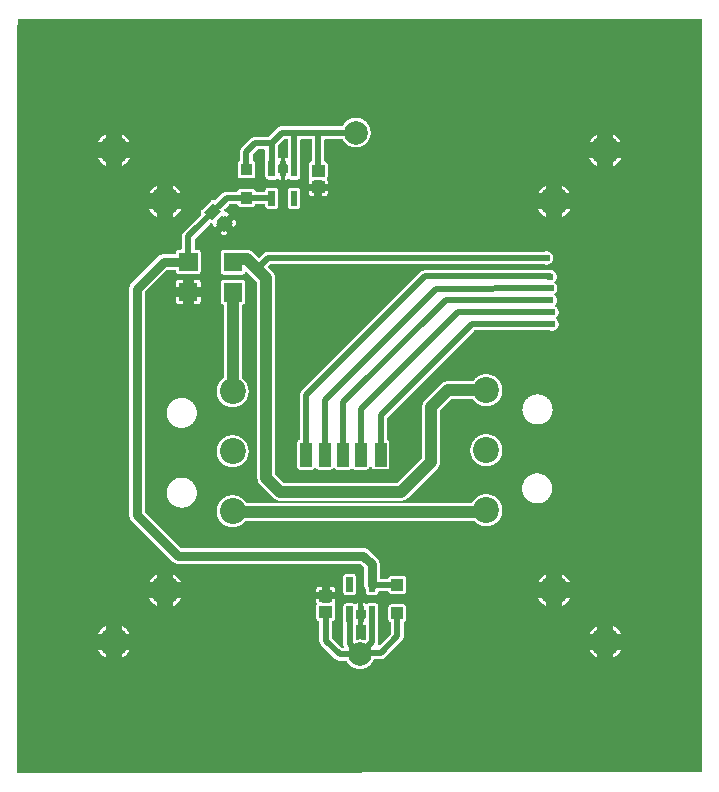
<source format=gbl>
G04 Layer: BottomLayer*
G04 EasyEDA v6.3.22, 2020-01-22T11:07:26+01:00*
G04 3ac4b1cc3e28459caadfcca9b74a0810,6ac03ef627a24f5ab7c901ca926ad83b,10*
G04 Gerber Generator version 0.2*
G04 Scale: 100 percent, Rotated: No, Reflected: No *
G04 Dimensions in millimeters *
G04 leading zeros omitted , absolute positions ,3 integer and 3 decimal *
%FSLAX33Y33*%
%MOMM*%
G90*
G71D02*

%ADD11C,0.499999*%
%ADD12C,1.999996*%
%ADD13C,0.609600*%
%ADD18C,2.499995*%
%ADD19C,2.199996*%
%ADD20C,0.999998*%
%ADD21C,0.550012*%
%ADD22C,0.799998*%
%ADD23R,0.999998X1.999996*%
%ADD24R,1.574800X1.574800*%

%LPD*%
G36*
G01X57895Y63925D02*
G01X171Y63925D01*
G01X155Y63924D01*
G01X141Y63921D01*
G01X126Y63915D01*
G01X113Y63908D01*
G01X102Y63898D01*
G01X91Y63887D01*
G01X82Y63874D01*
G01X76Y63860D01*
G01X72Y63846D01*
G01X70Y63830D01*
G01X6Y62884D01*
G01X6Y146D01*
G01X7Y132D01*
G01X10Y117D01*
G01X15Y104D01*
G01X22Y91D01*
G01X31Y79D01*
G01X41Y69D01*
G01X65Y53D01*
G01X79Y48D01*
G01X93Y45D01*
G01X108Y44D01*
G01X57896Y170D01*
G01X57910Y172D01*
G01X57924Y175D01*
G01X57938Y180D01*
G01X57951Y187D01*
G01X57962Y195D01*
G01X57972Y206D01*
G01X57981Y217D01*
G01X57988Y230D01*
G01X57993Y243D01*
G01X57996Y258D01*
G01X57997Y272D01*
G01X57997Y63824D01*
G01X57996Y63838D01*
G01X57993Y63852D01*
G01X57988Y63866D01*
G01X57981Y63879D01*
G01X57972Y63890D01*
G01X57962Y63900D01*
G01X57950Y63909D01*
G01X57937Y63916D01*
G01X57924Y63921D01*
G01X57910Y63924D01*
G01X57895Y63925D01*
G37*

%LPC*%
G36*
G01X25795Y14757D02*
G01X25327Y14757D01*
G01X25327Y14570D01*
G01X25328Y14545D01*
G01X25332Y14519D01*
G01X25338Y14495D01*
G01X25347Y14471D01*
G01X25357Y14448D01*
G01X25370Y14426D01*
G01X25378Y14414D01*
G01X25383Y14399D01*
G01X25387Y14385D01*
G01X25388Y14370D01*
G01X25387Y14355D01*
G01X25383Y14340D01*
G01X25378Y14326D01*
G01X25370Y14313D01*
G01X25357Y14291D01*
G01X25347Y14268D01*
G01X25338Y14244D01*
G01X25332Y14220D01*
G01X25328Y14195D01*
G01X25327Y14170D01*
G01X25327Y13170D01*
G01X25328Y13145D01*
G01X25331Y13121D01*
G01X25337Y13097D01*
G01X25345Y13075D01*
G01X25355Y13052D01*
G01X25367Y13031D01*
G01X25382Y13011D01*
G01X25398Y12993D01*
G01X25416Y12975D01*
G01X25434Y12961D01*
G01X25455Y12948D01*
G01X25477Y12936D01*
G01X25499Y12927D01*
G01X25523Y12920D01*
G01X25538Y12916D01*
G01X25551Y12909D01*
G01X25563Y12900D01*
G01X25574Y12890D01*
G01X25584Y12878D01*
G01X25591Y12865D01*
G01X25597Y12851D01*
G01X25600Y12837D01*
G01X25601Y12822D01*
G01X25601Y11269D01*
G01X25602Y11234D01*
G01X25606Y11200D01*
G01X25611Y11165D01*
G01X25619Y11131D01*
G01X25629Y11098D01*
G01X25642Y11065D01*
G01X25656Y11034D01*
G01X25672Y11003D01*
G01X25690Y10973D01*
G01X25711Y10945D01*
G01X25733Y10918D01*
G01X25757Y10893D01*
G01X26938Y9714D01*
G01X26990Y9668D01*
G01X27018Y9649D01*
G01X27048Y9630D01*
G01X27079Y9614D01*
G01X27110Y9599D01*
G01X27143Y9587D01*
G01X27176Y9577D01*
G01X27210Y9569D01*
G01X27244Y9564D01*
G01X27279Y9560D01*
G01X27314Y9559D01*
G01X27320Y9559D01*
G01X27828Y9565D01*
G01X27829Y9565D01*
G01X27844Y9564D01*
G01X27860Y9560D01*
G01X27874Y9555D01*
G01X27888Y9546D01*
G01X27900Y9537D01*
G01X27910Y9525D01*
G01X27919Y9512D01*
G01X27944Y9467D01*
G01X27971Y9423D01*
G01X28001Y9380D01*
G01X28032Y9338D01*
G01X28065Y9298D01*
G01X28099Y9259D01*
G01X28135Y9222D01*
G01X28173Y9186D01*
G01X28211Y9152D01*
G01X28252Y9119D01*
G01X28293Y9088D01*
G01X28336Y9059D01*
G01X28380Y9031D01*
G01X28426Y9005D01*
G01X28471Y8982D01*
G01X28519Y8960D01*
G01X28567Y8940D01*
G01X28615Y8922D01*
G01X28665Y8906D01*
G01X28715Y8893D01*
G01X28765Y8881D01*
G01X28816Y8871D01*
G01X28868Y8864D01*
G01X28919Y8859D01*
G01X28971Y8856D01*
G01X29023Y8854D01*
G01X29074Y8856D01*
G01X29125Y8859D01*
G01X29176Y8864D01*
G01X29227Y8871D01*
G01X29277Y8880D01*
G01X29327Y8892D01*
G01X29377Y8905D01*
G01X29426Y8921D01*
G01X29474Y8938D01*
G01X29521Y8957D01*
G01X29568Y8979D01*
G01X29613Y9002D01*
G01X29658Y9027D01*
G01X29702Y9054D01*
G01X29744Y9082D01*
G01X29786Y9112D01*
G01X29826Y9144D01*
G01X29865Y9178D01*
G01X29902Y9213D01*
G01X29938Y9249D01*
G01X29972Y9287D01*
G01X30005Y9327D01*
G01X30036Y9368D01*
G01X30065Y9409D01*
G01X30093Y9452D01*
G01X30119Y9497D01*
G01X30143Y9542D01*
G01X30165Y9588D01*
G01X30186Y9635D01*
G01X30192Y9649D01*
G01X30201Y9661D01*
G01X30223Y9681D01*
G01X30237Y9688D01*
G01X30250Y9694D01*
G01X30265Y9697D01*
G01X30280Y9698D01*
G01X30804Y9698D01*
G01X30838Y9699D01*
G01X30873Y9702D01*
G01X30941Y9716D01*
G01X30974Y9726D01*
G01X31007Y9738D01*
G01X31039Y9753D01*
G01X31069Y9769D01*
G01X31099Y9788D01*
G01X31127Y9808D01*
G01X31154Y9830D01*
G01X31179Y9854D01*
G01X32569Y11244D01*
G01X32593Y11269D01*
G01X32615Y11296D01*
G01X32635Y11324D01*
G01X32654Y11354D01*
G01X32670Y11385D01*
G01X32685Y11416D01*
G01X32697Y11449D01*
G01X32707Y11482D01*
G01X32715Y11516D01*
G01X32721Y11551D01*
G01X32724Y11585D01*
G01X32725Y11620D01*
G01X32725Y12737D01*
G01X32726Y12752D01*
G01X32729Y12767D01*
G01X32735Y12781D01*
G01X32743Y12794D01*
G01X32752Y12806D01*
G01X32763Y12816D01*
G01X32776Y12825D01*
G01X32789Y12831D01*
G01X32810Y12841D01*
G01X32831Y12853D01*
G01X32850Y12866D01*
G01X32868Y12881D01*
G01X32884Y12898D01*
G01X32899Y12916D01*
G01X32912Y12935D01*
G01X32924Y12956D01*
G01X32933Y12978D01*
G01X32941Y13000D01*
G01X32946Y13023D01*
G01X32949Y13046D01*
G01X32950Y13069D01*
G01X32950Y14069D01*
G01X32949Y14093D01*
G01X32946Y14116D01*
G01X32940Y14140D01*
G01X32933Y14162D01*
G01X32923Y14184D01*
G01X32912Y14204D01*
G01X32898Y14224D01*
G01X32883Y14242D01*
G01X32866Y14259D01*
G01X32848Y14274D01*
G01X32828Y14288D01*
G01X32808Y14299D01*
G01X32786Y14308D01*
G01X32764Y14316D01*
G01X32741Y14322D01*
G01X32717Y14325D01*
G01X32694Y14326D01*
G01X31694Y14326D01*
G01X31670Y14325D01*
G01X31646Y14322D01*
G01X31623Y14316D01*
G01X31601Y14308D01*
G01X31579Y14299D01*
G01X31558Y14288D01*
G01X31539Y14274D01*
G01X31521Y14259D01*
G01X31504Y14242D01*
G01X31489Y14224D01*
G01X31476Y14204D01*
G01X31464Y14184D01*
G01X31454Y14162D01*
G01X31447Y14140D01*
G01X31442Y14116D01*
G01X31438Y14093D01*
G01X31437Y14070D01*
G01X31437Y13069D01*
G01X31438Y13046D01*
G01X31442Y13023D01*
G01X31447Y13000D01*
G01X31454Y12978D01*
G01X31463Y12956D01*
G01X31475Y12935D01*
G01X31488Y12916D01*
G01X31503Y12898D01*
G01X31519Y12881D01*
G01X31537Y12866D01*
G01X31556Y12853D01*
G01X31577Y12841D01*
G01X31598Y12831D01*
G01X31612Y12825D01*
G01X31624Y12816D01*
G01X31635Y12806D01*
G01X31645Y12794D01*
G01X31652Y12781D01*
G01X31657Y12767D01*
G01X31661Y12752D01*
G01X31662Y12737D01*
G01X31662Y11882D01*
G01X31661Y11866D01*
G01X31657Y11851D01*
G01X31651Y11836D01*
G01X31643Y11822D01*
G01X31632Y11810D01*
G01X30740Y10918D01*
G01X30728Y10908D01*
G01X30715Y10899D01*
G01X30700Y10893D01*
G01X30684Y10890D01*
G01X30668Y10888D01*
G01X30654Y10889D01*
G01X30639Y10892D01*
G01X30626Y10897D01*
G01X30614Y10904D01*
G01X30602Y10913D01*
G01X30592Y10923D01*
G01X30583Y10935D01*
G01X30576Y10948D01*
G01X30571Y10961D01*
G01X30568Y10975D01*
G01X30567Y10990D01*
G01X30570Y11014D01*
G01X30578Y11056D01*
G01X30584Y11098D01*
G01X30585Y11142D01*
G01X30585Y14160D01*
G01X30584Y14183D01*
G01X30580Y14207D01*
G01X30575Y14230D01*
G01X30568Y14252D01*
G01X30558Y14274D01*
G01X30546Y14295D01*
G01X30533Y14314D01*
G01X30518Y14332D01*
G01X30501Y14349D01*
G01X30483Y14364D01*
G01X30464Y14378D01*
G01X30443Y14389D01*
G01X30421Y14399D01*
G01X30399Y14407D01*
G01X30376Y14412D01*
G01X30352Y14415D01*
G01X30329Y14416D01*
G01X29778Y14416D01*
G01X29753Y14415D01*
G01X29728Y14411D01*
G01X29704Y14405D01*
G01X29680Y14396D01*
G01X29657Y14385D01*
G01X29635Y14372D01*
G01X29622Y14365D01*
G01X29608Y14359D01*
G01X29593Y14356D01*
G01X29578Y14355D01*
G01X29563Y14356D01*
G01X29549Y14359D01*
G01X29535Y14365D01*
G01X29522Y14372D01*
G01X29500Y14386D01*
G01X29477Y14396D01*
G01X29453Y14405D01*
G01X29429Y14411D01*
G01X29403Y14415D01*
G01X29378Y14416D01*
G01X29304Y14416D01*
G01X29304Y13898D01*
G01X29420Y13898D01*
G01X29435Y13897D01*
G01X29449Y13894D01*
G01X29462Y13889D01*
G01X29475Y13882D01*
G01X29487Y13873D01*
G01X29497Y13863D01*
G01X29506Y13851D01*
G01X29513Y13839D01*
G01X29518Y13825D01*
G01X29521Y13811D01*
G01X29522Y13796D01*
G01X29522Y13223D01*
G01X29521Y13208D01*
G01X29518Y13194D01*
G01X29513Y13181D01*
G01X29506Y13168D01*
G01X29497Y13156D01*
G01X29487Y13146D01*
G01X29475Y13138D01*
G01X29462Y13130D01*
G01X29449Y13125D01*
G01X29435Y13122D01*
G01X29420Y13121D01*
G01X29304Y13121D01*
G01X29304Y12603D01*
G01X29378Y12603D01*
G01X29409Y12605D01*
G01X29420Y12606D01*
G01X29435Y12605D01*
G01X29449Y12602D01*
G01X29462Y12597D01*
G01X29475Y12589D01*
G01X29487Y12581D01*
G01X29497Y12571D01*
G01X29506Y12559D01*
G01X29513Y12546D01*
G01X29518Y12532D01*
G01X29521Y12518D01*
G01X29522Y12504D01*
G01X29522Y11409D01*
G01X29521Y11395D01*
G01X29518Y11381D01*
G01X29513Y11367D01*
G01X29506Y11354D01*
G01X29497Y11343D01*
G01X29487Y11333D01*
G01X29475Y11324D01*
G01X29462Y11317D01*
G01X29449Y11312D01*
G01X29435Y11309D01*
G01X29420Y11308D01*
G01X29405Y11309D01*
G01X29391Y11312D01*
G01X29339Y11327D01*
G01X29288Y11339D01*
G01X29235Y11349D01*
G01X29182Y11357D01*
G01X29130Y11363D01*
G01X29076Y11366D01*
G01X29023Y11367D01*
G01X28968Y11366D01*
G01X28913Y11363D01*
G01X28859Y11356D01*
G01X28805Y11348D01*
G01X28787Y11347D01*
G01X28773Y11348D01*
G01X28758Y11351D01*
G01X28745Y11356D01*
G01X28732Y11363D01*
G01X28720Y11372D01*
G01X28710Y11382D01*
G01X28701Y11394D01*
G01X28694Y11406D01*
G01X28689Y11419D01*
G01X28686Y11434D01*
G01X28685Y11448D01*
G01X28685Y12504D01*
G01X28686Y12518D01*
G01X28689Y12532D01*
G01X28694Y12546D01*
G01X28701Y12559D01*
G01X28710Y12571D01*
G01X28720Y12581D01*
G01X28732Y12589D01*
G01X28745Y12597D01*
G01X28758Y12602D01*
G01X28773Y12605D01*
G01X28787Y12606D01*
G01X28798Y12605D01*
G01X28828Y12603D01*
G01X28902Y12603D01*
G01X28902Y13121D01*
G01X28787Y13121D01*
G01X28773Y13122D01*
G01X28758Y13125D01*
G01X28745Y13130D01*
G01X28732Y13138D01*
G01X28720Y13146D01*
G01X28710Y13156D01*
G01X28701Y13168D01*
G01X28694Y13181D01*
G01X28689Y13194D01*
G01X28686Y13208D01*
G01X28685Y13223D01*
G01X28685Y13796D01*
G01X28686Y13811D01*
G01X28689Y13825D01*
G01X28694Y13839D01*
G01X28701Y13851D01*
G01X28710Y13863D01*
G01X28720Y13873D01*
G01X28732Y13882D01*
G01X28745Y13889D01*
G01X28758Y13894D01*
G01X28772Y13897D01*
G01X28787Y13898D01*
G01X28902Y13898D01*
G01X28902Y14416D01*
G01X28828Y14416D01*
G01X28803Y14415D01*
G01X28778Y14411D01*
G01X28753Y14405D01*
G01X28729Y14396D01*
G01X28706Y14386D01*
G01X28685Y14372D01*
G01X28672Y14365D01*
G01X28658Y14360D01*
G01X28643Y14356D01*
G01X28628Y14355D01*
G01X28614Y14356D01*
G01X28599Y14360D01*
G01X28585Y14365D01*
G01X28572Y14372D01*
G01X28550Y14386D01*
G01X28527Y14396D01*
G01X28503Y14405D01*
G01X28479Y14411D01*
G01X28454Y14415D01*
G01X28429Y14416D01*
G01X27878Y14416D01*
G01X27855Y14415D01*
G01X27831Y14412D01*
G01X27808Y14407D01*
G01X27786Y14399D01*
G01X27764Y14389D01*
G01X27743Y14378D01*
G01X27724Y14364D01*
G01X27706Y14349D01*
G01X27689Y14332D01*
G01X27674Y14314D01*
G01X27661Y14295D01*
G01X27649Y14274D01*
G01X27639Y14252D01*
G01X27632Y14230D01*
G01X27626Y14207D01*
G01X27623Y14183D01*
G01X27622Y14160D01*
G01X27622Y10980D01*
G01X27623Y10943D01*
G01X27627Y10907D01*
G01X27634Y10871D01*
G01X27642Y10836D01*
G01X27653Y10801D01*
G01X27667Y10768D01*
G01X27673Y10747D01*
G01X27675Y10727D01*
G01X27674Y10712D01*
G01X27671Y10699D01*
G01X27666Y10685D01*
G01X27659Y10672D01*
G01X27641Y10650D01*
G01X27629Y10642D01*
G01X27616Y10635D01*
G01X27603Y10630D01*
G01X27589Y10626D01*
G01X27575Y10625D01*
G01X27572Y10625D01*
G01X27556Y10626D01*
G01X27541Y10630D01*
G01X27526Y10636D01*
G01X27513Y10645D01*
G01X27500Y10655D01*
G01X26694Y11460D01*
G01X26684Y11472D01*
G01X26675Y11486D01*
G01X26669Y11500D01*
G01X26665Y11516D01*
G01X26664Y11532D01*
G01X26664Y12821D01*
G01X26665Y12836D01*
G01X26668Y12851D01*
G01X26674Y12865D01*
G01X26682Y12878D01*
G01X26691Y12890D01*
G01X26702Y12900D01*
G01X26714Y12909D01*
G01X26728Y12916D01*
G01X26742Y12920D01*
G01X26764Y12926D01*
G01X26786Y12934D01*
G01X26806Y12944D01*
G01X26826Y12956D01*
G01X26844Y12970D01*
G01X26861Y12985D01*
G01X26877Y13002D01*
G01X26891Y13020D01*
G01X26904Y13039D01*
G01X26915Y13059D01*
G01X26924Y13080D01*
G01X26931Y13102D01*
G01X26936Y13124D01*
G01X26939Y13147D01*
G01X26940Y13170D01*
G01X26940Y14170D01*
G01X26939Y14195D01*
G01X26935Y14220D01*
G01X26928Y14244D01*
G01X26920Y14268D01*
G01X26909Y14291D01*
G01X26896Y14313D01*
G01X26889Y14326D01*
G01X26883Y14340D01*
G01X26880Y14355D01*
G01X26879Y14370D01*
G01X26880Y14385D01*
G01X26883Y14399D01*
G01X26889Y14414D01*
G01X26896Y14426D01*
G01X26909Y14448D01*
G01X26920Y14471D01*
G01X26928Y14495D01*
G01X26935Y14519D01*
G01X26939Y14545D01*
G01X26940Y14570D01*
G01X26940Y14757D01*
G01X26472Y14757D01*
G01X26472Y14528D01*
G01X26471Y14513D01*
G01X26468Y14499D01*
G01X26463Y14486D01*
G01X26456Y14473D01*
G01X26447Y14461D01*
G01X26437Y14451D01*
G01X26425Y14443D01*
G01X26412Y14435D01*
G01X26399Y14430D01*
G01X26384Y14427D01*
G01X26370Y14426D01*
G01X25896Y14426D01*
G01X25882Y14427D01*
G01X25868Y14430D01*
G01X25854Y14435D01*
G01X25841Y14443D01*
G01X25830Y14451D01*
G01X25820Y14461D01*
G01X25811Y14473D01*
G01X25804Y14486D01*
G01X25799Y14499D01*
G01X25796Y14513D01*
G01X25795Y14528D01*
G01X25795Y14757D01*
G37*
G36*
G01X7515Y10486D02*
G01X6863Y10486D01*
G01X6891Y10434D01*
G01X6921Y10384D01*
G01X6952Y10335D01*
G01X6986Y10287D01*
G01X7021Y10240D01*
G01X7059Y10195D01*
G01X7098Y10151D01*
G01X7138Y10109D01*
G01X7180Y10069D01*
G01X7224Y10030D01*
G01X7269Y9992D01*
G01X7316Y9957D01*
G01X7364Y9923D01*
G01X7413Y9892D01*
G01X7463Y9862D01*
G01X7515Y9835D01*
G01X7515Y10486D01*
G37*
G36*
G01X9544Y10486D02*
G01X8892Y10486D01*
G01X8892Y9835D01*
G01X8943Y9862D01*
G01X8994Y9892D01*
G01X9043Y9923D01*
G01X9091Y9957D01*
G01X9138Y9992D01*
G01X9183Y10030D01*
G01X9227Y10069D01*
G01X9269Y10109D01*
G01X9310Y10151D01*
G01X9348Y10195D01*
G01X9385Y10240D01*
G01X9421Y10287D01*
G01X9454Y10335D01*
G01X9486Y10384D01*
G01X9516Y10434D01*
G01X9544Y10486D01*
G37*
G36*
G01X51143Y10486D02*
G01X50492Y10486D01*
G01X50492Y9835D01*
G01X50543Y9862D01*
G01X50594Y9892D01*
G01X50643Y9923D01*
G01X50691Y9957D01*
G01X50737Y9992D01*
G01X50783Y10030D01*
G01X50826Y10069D01*
G01X50868Y10109D01*
G01X50909Y10151D01*
G01X50948Y10195D01*
G01X50985Y10240D01*
G01X51021Y10287D01*
G01X51054Y10335D01*
G01X51086Y10384D01*
G01X51116Y10434D01*
G01X51143Y10486D01*
G37*
G36*
G01X49115Y10486D02*
G01X48464Y10486D01*
G01X48491Y10434D01*
G01X48521Y10384D01*
G01X48553Y10335D01*
G01X48586Y10287D01*
G01X48622Y10240D01*
G01X48659Y10195D01*
G01X48698Y10151D01*
G01X48738Y10109D01*
G01X48780Y10069D01*
G01X48824Y10030D01*
G01X48869Y9992D01*
G01X48916Y9957D01*
G01X48964Y9923D01*
G01X49013Y9892D01*
G01X49064Y9862D01*
G01X49115Y9835D01*
G01X49115Y10486D01*
G37*
G36*
G01X8943Y12487D02*
G01X8892Y12514D01*
G01X8892Y11863D01*
G01X9544Y11863D01*
G01X9516Y11914D01*
G01X9486Y11965D01*
G01X9454Y12014D01*
G01X9421Y12062D01*
G01X9385Y12108D01*
G01X9348Y12154D01*
G01X9310Y12197D01*
G01X9269Y12240D01*
G01X9227Y12280D01*
G01X9183Y12319D01*
G01X9138Y12356D01*
G01X9091Y12392D01*
G01X9043Y12425D01*
G01X8994Y12457D01*
G01X8943Y12487D01*
G37*
G36*
G01X7515Y11863D02*
G01X7515Y12514D01*
G01X7463Y12487D01*
G01X7413Y12457D01*
G01X7364Y12425D01*
G01X7316Y12392D01*
G01X7269Y12356D01*
G01X7224Y12319D01*
G01X7180Y12280D01*
G01X7138Y12240D01*
G01X7098Y12197D01*
G01X7059Y12154D01*
G01X7021Y12108D01*
G01X6986Y12062D01*
G01X6952Y12014D01*
G01X6921Y11965D01*
G01X6891Y11914D01*
G01X6863Y11863D01*
G01X7515Y11863D01*
G37*
G36*
G01X49115Y11863D02*
G01X49115Y12514D01*
G01X49064Y12487D01*
G01X49013Y12457D01*
G01X48964Y12425D01*
G01X48916Y12392D01*
G01X48869Y12356D01*
G01X48824Y12319D01*
G01X48780Y12280D01*
G01X48738Y12240D01*
G01X48698Y12197D01*
G01X48659Y12154D01*
G01X48622Y12108D01*
G01X48586Y12062D01*
G01X48553Y12014D01*
G01X48521Y11965D01*
G01X48491Y11914D01*
G01X48464Y11863D01*
G01X49115Y11863D01*
G37*
G36*
G01X50543Y12487D02*
G01X50492Y12514D01*
G01X50492Y11863D01*
G01X51143Y11863D01*
G01X51116Y11914D01*
G01X51086Y11965D01*
G01X51054Y12014D01*
G01X51021Y12062D01*
G01X50985Y12108D01*
G01X50948Y12154D01*
G01X50909Y12197D01*
G01X50868Y12240D01*
G01X50826Y12280D01*
G01X50783Y12319D01*
G01X50737Y12356D01*
G01X50691Y12392D01*
G01X50643Y12425D01*
G01X50594Y12457D01*
G01X50543Y12487D01*
G37*
G36*
G01X11851Y14853D02*
G01X11199Y14853D01*
G01X11227Y14801D01*
G01X11257Y14751D01*
G01X11289Y14702D01*
G01X11322Y14654D01*
G01X11358Y14607D01*
G01X11395Y14562D01*
G01X11433Y14518D01*
G01X11474Y14476D01*
G01X11516Y14435D01*
G01X11560Y14397D01*
G01X11605Y14359D01*
G01X11652Y14324D01*
G01X11700Y14291D01*
G01X11749Y14259D01*
G01X11799Y14229D01*
G01X11851Y14201D01*
G01X11851Y14853D01*
G37*
G36*
G01X13879Y14853D02*
G01X13228Y14853D01*
G01X13228Y14201D01*
G01X13280Y14229D01*
G01X13330Y14259D01*
G01X13379Y14291D01*
G01X13427Y14324D01*
G01X13474Y14359D01*
G01X13519Y14397D01*
G01X13562Y14435D01*
G01X13605Y14476D01*
G01X13645Y14518D01*
G01X13684Y14562D01*
G01X13721Y14607D01*
G01X13757Y14654D01*
G01X13790Y14702D01*
G01X13822Y14751D01*
G01X13852Y14801D01*
G01X13879Y14853D01*
G37*
G36*
G01X44781Y14853D02*
G01X44129Y14853D01*
G01X44157Y14801D01*
G01X44187Y14751D01*
G01X44219Y14702D01*
G01X44252Y14654D01*
G01X44287Y14607D01*
G01X44325Y14562D01*
G01X44364Y14518D01*
G01X44404Y14476D01*
G01X44446Y14435D01*
G01X44490Y14397D01*
G01X44535Y14359D01*
G01X44582Y14324D01*
G01X44630Y14291D01*
G01X44679Y14259D01*
G01X44729Y14229D01*
G01X44781Y14201D01*
G01X44781Y14853D01*
G37*
G36*
G01X46810Y14853D02*
G01X46158Y14853D01*
G01X46158Y14201D01*
G01X46210Y14229D01*
G01X46260Y14259D01*
G01X46309Y14291D01*
G01X46357Y14324D01*
G01X46404Y14359D01*
G01X46449Y14397D01*
G01X46493Y14435D01*
G01X46535Y14476D01*
G01X46575Y14518D01*
G01X46614Y14562D01*
G01X46652Y14607D01*
G01X46687Y14654D01*
G01X46720Y14702D01*
G01X46752Y14751D01*
G01X46782Y14801D01*
G01X46810Y14853D01*
G37*
G36*
G01X28429Y16916D02*
G01X27878Y16916D01*
G01X27855Y16915D01*
G01X27831Y16911D01*
G01X27808Y16906D01*
G01X27785Y16899D01*
G01X27764Y16889D01*
G01X27743Y16877D01*
G01X27724Y16864D01*
G01X27706Y16849D01*
G01X27689Y16832D01*
G01X27674Y16814D01*
G01X27661Y16795D01*
G01X27649Y16774D01*
G01X27639Y16752D01*
G01X27632Y16730D01*
G01X27626Y16707D01*
G01X27623Y16683D01*
G01X27622Y16659D01*
G01X27622Y15360D01*
G01X27623Y15336D01*
G01X27626Y15312D01*
G01X27632Y15289D01*
G01X27639Y15267D01*
G01X27649Y15245D01*
G01X27661Y15224D01*
G01X27674Y15205D01*
G01X27689Y15187D01*
G01X27706Y15170D01*
G01X27724Y15155D01*
G01X27743Y15141D01*
G01X27764Y15130D01*
G01X27785Y15120D01*
G01X27808Y15113D01*
G01X27831Y15107D01*
G01X27855Y15104D01*
G01X27878Y15103D01*
G01X28429Y15103D01*
G01X28452Y15104D01*
G01X28475Y15107D01*
G01X28499Y15113D01*
G01X28521Y15120D01*
G01X28543Y15130D01*
G01X28563Y15141D01*
G01X28583Y15155D01*
G01X28601Y15170D01*
G01X28618Y15187D01*
G01X28633Y15205D01*
G01X28647Y15224D01*
G01X28658Y15245D01*
G01X28668Y15267D01*
G01X28675Y15289D01*
G01X28681Y15312D01*
G01X28684Y15336D01*
G01X28685Y15360D01*
G01X28685Y16659D01*
G01X28684Y16683D01*
G01X28681Y16707D01*
G01X28675Y16730D01*
G01X28668Y16752D01*
G01X28658Y16774D01*
G01X28647Y16795D01*
G01X28633Y16814D01*
G01X28618Y16832D01*
G01X28601Y16849D01*
G01X28583Y16864D01*
G01X28563Y16877D01*
G01X28543Y16889D01*
G01X28521Y16899D01*
G01X28499Y16906D01*
G01X28475Y16911D01*
G01X28452Y16915D01*
G01X28429Y16916D01*
G37*
G36*
G01X21838Y49616D02*
G01X21288Y49616D01*
G01X21264Y49615D01*
G01X21240Y49611D01*
G01X21217Y49606D01*
G01X21194Y49598D01*
G01X21172Y49588D01*
G01X21151Y49576D01*
G01X21131Y49562D01*
G01X21113Y49547D01*
G01X21096Y49530D01*
G01X21081Y49510D01*
G01X21068Y49491D01*
G01X21057Y49469D01*
G01X21047Y49447D01*
G01X21040Y49424D01*
G01X21035Y49400D01*
G01X21033Y49376D01*
G01X21030Y49361D01*
G01X21026Y49346D01*
G01X21019Y49333D01*
G01X21011Y49320D01*
G01X21001Y49309D01*
G01X20988Y49299D01*
G01X20975Y49291D01*
G01X20961Y49286D01*
G01X20946Y49282D01*
G01X20931Y49281D01*
G01X20256Y49281D01*
G01X20241Y49282D01*
G01X20226Y49286D01*
G01X20212Y49291D01*
G01X20199Y49298D01*
G01X20187Y49308D01*
G01X20177Y49319D01*
G01X20168Y49332D01*
G01X20161Y49345D01*
G01X20152Y49367D01*
G01X20140Y49387D01*
G01X20127Y49406D01*
G01X20112Y49424D01*
G01X20095Y49440D01*
G01X20077Y49455D01*
G01X20057Y49469D01*
G01X20037Y49480D01*
G01X20015Y49489D01*
G01X19993Y49497D01*
G01X19970Y49502D01*
G01X19947Y49505D01*
G01X19923Y49506D01*
G01X18923Y49506D01*
G01X18900Y49505D01*
G01X18877Y49502D01*
G01X18854Y49497D01*
G01X18831Y49489D01*
G01X18810Y49480D01*
G01X18789Y49469D01*
G01X18770Y49455D01*
G01X18752Y49440D01*
G01X18735Y49424D01*
G01X18720Y49406D01*
G01X18706Y49387D01*
G01X18695Y49367D01*
G01X18685Y49345D01*
G01X18679Y49332D01*
G01X18670Y49319D01*
G01X18660Y49308D01*
G01X18648Y49298D01*
G01X18635Y49291D01*
G01X18621Y49286D01*
G01X18606Y49282D01*
G01X18591Y49281D01*
G01X17764Y49281D01*
G01X17729Y49280D01*
G01X17694Y49277D01*
G01X17660Y49271D01*
G01X17626Y49263D01*
G01X17592Y49253D01*
G01X17560Y49241D01*
G01X17528Y49226D01*
G01X17497Y49210D01*
G01X17468Y49191D01*
G01X17440Y49171D01*
G01X17413Y49149D01*
G01X17388Y49125D01*
G01X16832Y48570D01*
G01X16820Y48559D01*
G01X16806Y48551D01*
G01X16791Y48545D01*
G01X16776Y48541D01*
G01X16760Y48540D01*
G01X16745Y48541D01*
G01X16729Y48545D01*
G01X16714Y48551D01*
G01X16692Y48561D01*
G01X16670Y48568D01*
G01X16647Y48574D01*
G01X16623Y48578D01*
G01X16599Y48579D01*
G01X16573Y48577D01*
G01X16549Y48574D01*
G01X16524Y48567D01*
G01X16500Y48559D01*
G01X16478Y48548D01*
G01X16456Y48535D01*
G01X16436Y48520D01*
G01X16417Y48503D01*
G01X15640Y47726D01*
G01X15622Y47707D01*
G01X15608Y47687D01*
G01X15594Y47665D01*
G01X15584Y47642D01*
G01X15575Y47619D01*
G01X15569Y47594D01*
G01X15566Y47569D01*
G01X15565Y47544D01*
G01X15566Y47520D01*
G01X15569Y47497D01*
G01X15574Y47473D01*
G01X15582Y47450D01*
G01X15592Y47429D01*
G01X15598Y47414D01*
G01X15602Y47399D01*
G01X15603Y47383D01*
G01X15602Y47367D01*
G01X15598Y47351D01*
G01X15592Y47337D01*
G01X15583Y47323D01*
G01X15573Y47311D01*
G01X14118Y45855D01*
G01X14094Y45830D01*
G01X14072Y45803D01*
G01X14052Y45775D01*
G01X14033Y45746D01*
G01X14017Y45715D01*
G01X14002Y45683D01*
G01X13990Y45651D01*
G01X13980Y45617D01*
G01X13972Y45583D01*
G01X13966Y45549D01*
G01X13963Y45514D01*
G01X13962Y45479D01*
G01X13962Y44465D01*
G01X13961Y44451D01*
G01X13958Y44436D01*
G01X13953Y44423D01*
G01X13946Y44410D01*
G01X13937Y44398D01*
G01X13927Y44388D01*
G01X13915Y44380D01*
G01X13902Y44373D01*
G01X13889Y44368D01*
G01X13875Y44364D01*
G01X13860Y44363D01*
G01X13706Y44363D01*
G01X13682Y44362D01*
G01X13659Y44359D01*
G01X13636Y44354D01*
G01X13613Y44346D01*
G01X13591Y44337D01*
G01X13571Y44325D01*
G01X13551Y44311D01*
G01X13533Y44297D01*
G01X13516Y44280D01*
G01X13502Y44262D01*
G01X13488Y44242D01*
G01X13476Y44222D01*
G01X13467Y44200D01*
G01X13459Y44177D01*
G01X13454Y44154D01*
G01X13451Y44131D01*
G01X13450Y44107D01*
G01X13450Y44078D01*
G01X13449Y44063D01*
G01X13445Y44049D01*
G01X13440Y44036D01*
G01X13433Y44023D01*
G01X13425Y44011D01*
G01X13415Y44001D01*
G01X13403Y43992D01*
G01X13390Y43985D01*
G01X13377Y43980D01*
G01X13362Y43977D01*
G01X13348Y43976D01*
G01X12403Y43976D01*
G01X12367Y43975D01*
G01X12330Y43972D01*
G01X12294Y43967D01*
G01X12257Y43959D01*
G01X12222Y43950D01*
G01X12187Y43939D01*
G01X12152Y43926D01*
G01X12119Y43911D01*
G01X12086Y43894D01*
G01X12054Y43876D01*
G01X12024Y43855D01*
G01X11994Y43833D01*
G01X11966Y43809D01*
G01X11939Y43784D01*
G01X9689Y41534D01*
G01X9664Y41507D01*
G01X9640Y41479D01*
G01X9618Y41449D01*
G01X9598Y41419D01*
G01X9579Y41387D01*
G01X9562Y41354D01*
G01X9547Y41321D01*
G01X9534Y41286D01*
G01X9522Y41251D01*
G01X9513Y41216D01*
G01X9506Y41180D01*
G01X9501Y41143D01*
G01X9498Y41106D01*
G01X9497Y41069D01*
G01X9497Y21889D01*
G01X9498Y21853D01*
G01X9501Y21816D01*
G01X9506Y21780D01*
G01X9513Y21744D01*
G01X9522Y21708D01*
G01X9534Y21673D01*
G01X9547Y21638D01*
G01X9562Y21605D01*
G01X9579Y21572D01*
G01X9598Y21540D01*
G01X9618Y21510D01*
G01X9640Y21480D01*
G01X9664Y21452D01*
G01X9689Y21426D01*
G01X13139Y17975D01*
G01X13166Y17950D01*
G01X13194Y17926D01*
G01X13224Y17904D01*
G01X13254Y17884D01*
G01X13286Y17865D01*
G01X13319Y17848D01*
G01X13352Y17833D01*
G01X13387Y17820D01*
G01X13422Y17809D01*
G01X13457Y17799D01*
G01X13493Y17792D01*
G01X13530Y17787D01*
G01X13567Y17784D01*
G01X13604Y17783D01*
G01X29009Y17783D01*
G01X29026Y17782D01*
G01X29041Y17778D01*
G01X29055Y17772D01*
G01X29069Y17764D01*
G01X29081Y17753D01*
G01X29367Y17467D01*
G01X29378Y17455D01*
G01X29386Y17441D01*
G01X29392Y17427D01*
G01X29396Y17411D01*
G01X29397Y17396D01*
G01X29397Y16009D01*
G01X29398Y15971D01*
G01X29401Y15933D01*
G01X29407Y15895D01*
G01X29415Y15858D01*
G01X29425Y15821D01*
G01X29436Y15785D01*
G01X29451Y15749D01*
G01X29467Y15715D01*
G01X29485Y15681D01*
G01X29505Y15649D01*
G01X29512Y15636D01*
G01X29518Y15622D01*
G01X29521Y15607D01*
G01X29522Y15593D01*
G01X29522Y15360D01*
G01X29523Y15336D01*
G01X29526Y15312D01*
G01X29531Y15289D01*
G01X29539Y15267D01*
G01X29549Y15245D01*
G01X29560Y15224D01*
G01X29574Y15205D01*
G01X29589Y15187D01*
G01X29606Y15170D01*
G01X29624Y15155D01*
G01X29643Y15141D01*
G01X29664Y15130D01*
G01X29686Y15120D01*
G01X29708Y15113D01*
G01X29731Y15107D01*
G01X29754Y15104D01*
G01X29778Y15103D01*
G01X30329Y15103D01*
G01X30352Y15104D01*
G01X30376Y15108D01*
G01X30400Y15113D01*
G01X30423Y15121D01*
G01X30445Y15131D01*
G01X30466Y15143D01*
G01X30485Y15157D01*
G01X30504Y15172D01*
G01X30521Y15190D01*
G01X30536Y15209D01*
G01X30549Y15228D01*
G01X30560Y15250D01*
G01X30570Y15272D01*
G01X30577Y15296D01*
G01X30582Y15319D01*
G01X30585Y15343D01*
G01X30587Y15358D01*
G01X30591Y15373D01*
G01X30597Y15386D01*
G01X30606Y15399D01*
G01X30617Y15410D01*
G01X30628Y15420D01*
G01X30641Y15428D01*
G01X30656Y15433D01*
G01X30670Y15437D01*
G01X30686Y15438D01*
G01X31361Y15438D01*
G01X31376Y15437D01*
G01X31391Y15434D01*
G01X31405Y15428D01*
G01X31418Y15420D01*
G01X31430Y15411D01*
G01X31440Y15400D01*
G01X31449Y15387D01*
G01X31455Y15374D01*
G01X31465Y15353D01*
G01X31477Y15333D01*
G01X31490Y15313D01*
G01X31505Y15295D01*
G01X31522Y15279D01*
G01X31540Y15264D01*
G01X31559Y15251D01*
G01X31580Y15239D01*
G01X31602Y15230D01*
G01X31624Y15222D01*
G01X31647Y15217D01*
G01X31670Y15214D01*
G01X31694Y15213D01*
G01X32694Y15213D01*
G01X32717Y15214D01*
G01X32741Y15217D01*
G01X32764Y15223D01*
G01X32786Y15230D01*
G01X32808Y15240D01*
G01X32828Y15251D01*
G01X32848Y15265D01*
G01X32866Y15280D01*
G01X32883Y15297D01*
G01X32898Y15315D01*
G01X32912Y15335D01*
G01X32923Y15355D01*
G01X32933Y15377D01*
G01X32940Y15399D01*
G01X32946Y15423D01*
G01X32949Y15446D01*
G01X32950Y15469D01*
G01X32950Y16469D01*
G01X32949Y16493D01*
G01X32946Y16517D01*
G01X32940Y16540D01*
G01X32933Y16562D01*
G01X32923Y16584D01*
G01X32912Y16605D01*
G01X32898Y16624D01*
G01X32883Y16642D01*
G01X32866Y16659D01*
G01X32848Y16674D01*
G01X32828Y16687D01*
G01X32808Y16699D01*
G01X32786Y16709D01*
G01X32764Y16716D01*
G01X32741Y16721D01*
G01X32717Y16725D01*
G01X32694Y16726D01*
G01X31694Y16726D01*
G01X31670Y16725D01*
G01X31647Y16721D01*
G01X31624Y16716D01*
G01X31602Y16709D01*
G01X31580Y16700D01*
G01X31560Y16688D01*
G01X31540Y16675D01*
G01X31522Y16661D01*
G01X31506Y16644D01*
G01X31490Y16626D01*
G01X31477Y16607D01*
G01X31465Y16586D01*
G01X31455Y16565D01*
G01X31449Y16551D01*
G01X31440Y16539D01*
G01X31430Y16528D01*
G01X31418Y16519D01*
G01X31405Y16511D01*
G01X31391Y16506D01*
G01X31376Y16502D01*
G01X31361Y16501D01*
G01X30812Y16501D01*
G01X30797Y16502D01*
G01X30783Y16505D01*
G01X30769Y16510D01*
G01X30757Y16517D01*
G01X30745Y16526D01*
G01X30735Y16536D01*
G01X30726Y16548D01*
G01X30719Y16560D01*
G01X30714Y16574D01*
G01X30711Y16588D01*
G01X30710Y16603D01*
G01X30710Y17710D01*
G01X30709Y17746D01*
G01X30706Y17783D01*
G01X30701Y17819D01*
G01X30694Y17855D01*
G01X30685Y17891D01*
G01X30673Y17926D01*
G01X30660Y17960D01*
G01X30645Y17995D01*
G01X30628Y18027D01*
G01X30609Y18059D01*
G01X30589Y18090D01*
G01X30567Y18119D01*
G01X30543Y18147D01*
G01X30518Y18174D01*
G01X29788Y18904D01*
G01X29761Y18929D01*
G01X29733Y18953D01*
G01X29703Y18975D01*
G01X29673Y18995D01*
G01X29641Y19014D01*
G01X29608Y19031D01*
G01X29575Y19046D01*
G01X29540Y19059D01*
G01X29505Y19070D01*
G01X29469Y19080D01*
G01X29433Y19087D01*
G01X29397Y19092D01*
G01X29360Y19095D01*
G01X29323Y19096D01*
G01X13918Y19096D01*
G01X13901Y19097D01*
G01X13886Y19101D01*
G01X13871Y19107D01*
G01X13858Y19116D01*
G01X13845Y19126D01*
G01X10840Y22132D01*
G01X10829Y22144D01*
G01X10821Y22158D01*
G01X10815Y22172D01*
G01X10811Y22188D01*
G01X10810Y22204D01*
G01X10810Y40755D01*
G01X10811Y40771D01*
G01X10815Y40787D01*
G01X10821Y40802D01*
G01X10829Y40815D01*
G01X10840Y40828D01*
G01X12646Y42633D01*
G01X12658Y42644D01*
G01X12671Y42652D01*
G01X12686Y42658D01*
G01X12701Y42662D01*
G01X12718Y42663D01*
G01X13348Y42663D01*
G01X13362Y42662D01*
G01X13377Y42659D01*
G01X13390Y42654D01*
G01X13403Y42647D01*
G01X13415Y42638D01*
G01X13425Y42628D01*
G01X13433Y42616D01*
G01X13440Y42604D01*
G01X13445Y42590D01*
G01X13449Y42576D01*
G01X13450Y42561D01*
G01X13450Y42532D01*
G01X13451Y42509D01*
G01X13454Y42485D01*
G01X13459Y42462D01*
G01X13467Y42439D01*
G01X13476Y42418D01*
G01X13488Y42397D01*
G01X13502Y42377D01*
G01X13516Y42359D01*
G01X13533Y42342D01*
G01X13551Y42327D01*
G01X13571Y42314D01*
G01X13591Y42302D01*
G01X13613Y42293D01*
G01X13636Y42286D01*
G01X13659Y42280D01*
G01X13682Y42277D01*
G01X13706Y42275D01*
G01X15281Y42275D01*
G01X15304Y42277D01*
G01X15328Y42280D01*
G01X15351Y42286D01*
G01X15374Y42293D01*
G01X15395Y42302D01*
G01X15416Y42314D01*
G01X15435Y42327D01*
G01X15454Y42342D01*
G01X15471Y42359D01*
G01X15486Y42377D01*
G01X15499Y42397D01*
G01X15511Y42418D01*
G01X15520Y42439D01*
G01X15527Y42462D01*
G01X15533Y42485D01*
G01X15536Y42509D01*
G01X15538Y42532D01*
G01X15538Y44107D01*
G01X15536Y44131D01*
G01X15533Y44154D01*
G01X15527Y44177D01*
G01X15520Y44200D01*
G01X15511Y44222D01*
G01X15499Y44242D01*
G01X15486Y44262D01*
G01X15471Y44280D01*
G01X15454Y44297D01*
G01X15416Y44325D01*
G01X15395Y44337D01*
G01X15374Y44346D01*
G01X15351Y44354D01*
G01X15328Y44359D01*
G01X15304Y44362D01*
G01X15281Y44363D01*
G01X15127Y44363D01*
G01X15112Y44364D01*
G01X15098Y44368D01*
G01X15084Y44373D01*
G01X15072Y44380D01*
G01X15060Y44388D01*
G01X15050Y44398D01*
G01X15041Y44410D01*
G01X15034Y44423D01*
G01X15029Y44436D01*
G01X15026Y44451D01*
G01X15025Y44465D01*
G01X15025Y45217D01*
G01X15026Y45233D01*
G01X15030Y45249D01*
G01X15036Y45263D01*
G01X15044Y45277D01*
G01X15054Y45289D01*
G01X16337Y46571D01*
G01X16349Y46582D01*
G01X16363Y46590D01*
G01X16377Y46596D01*
G01X16393Y46599D01*
G01X16409Y46601D01*
G01X16426Y46599D01*
G01X16442Y46595D01*
G01X16479Y46585D01*
G01X16493Y46581D01*
G01X16507Y46575D01*
G01X16520Y46567D01*
G01X16531Y46557D01*
G01X16541Y46546D01*
G01X16549Y46533D01*
G01X16555Y46520D01*
G01X16559Y46505D01*
G01X16565Y46481D01*
G01X16574Y46457D01*
G01X16585Y46434D01*
G01X16597Y46412D01*
G01X16613Y46392D01*
G01X16629Y46373D01*
G01X16761Y46241D01*
G01X17092Y46572D01*
G01X16931Y46734D01*
G01X16920Y46746D01*
G01X16912Y46759D01*
G01X16906Y46774D01*
G01X16903Y46789D01*
G01X16901Y46805D01*
G01X16903Y46821D01*
G01X16906Y46837D01*
G01X16912Y46851D01*
G01X16920Y46865D01*
G01X16931Y46877D01*
G01X17266Y47212D01*
G01X17278Y47222D01*
G01X17292Y47231D01*
G01X17306Y47237D01*
G01X17322Y47241D01*
G01X17338Y47242D01*
G01X17354Y47241D01*
G01X17369Y47237D01*
G01X17384Y47231D01*
G01X17397Y47222D01*
G01X17410Y47212D01*
G01X17571Y47051D01*
G01X17902Y47382D01*
G01X17770Y47513D01*
G01X17751Y47531D01*
G01X17731Y47545D01*
G01X17709Y47559D01*
G01X17686Y47569D01*
G01X17663Y47578D01*
G01X17638Y47584D01*
G01X17623Y47588D01*
G01X17610Y47594D01*
G01X17597Y47602D01*
G01X17585Y47612D01*
G01X17576Y47623D01*
G01X17568Y47636D01*
G01X17561Y47650D01*
G01X17557Y47664D01*
G01X17548Y47700D01*
G01X17543Y47717D01*
G01X17542Y47734D01*
G01X17543Y47750D01*
G01X17547Y47765D01*
G01X17553Y47780D01*
G01X17561Y47794D01*
G01X17572Y47806D01*
G01X17954Y48188D01*
G01X17966Y48199D01*
G01X17980Y48207D01*
G01X17994Y48213D01*
G01X18010Y48217D01*
G01X18026Y48218D01*
G01X18591Y48218D01*
G01X18606Y48217D01*
G01X18621Y48213D01*
G01X18635Y48208D01*
G01X18648Y48201D01*
G01X18660Y48191D01*
G01X18670Y48180D01*
G01X18679Y48168D01*
G01X18685Y48154D01*
G01X18695Y48133D01*
G01X18706Y48112D01*
G01X18720Y48093D01*
G01X18735Y48075D01*
G01X18752Y48059D01*
G01X18770Y48044D01*
G01X18789Y48031D01*
G01X18810Y48019D01*
G01X18831Y48010D01*
G01X18854Y48003D01*
G01X18877Y47997D01*
G01X18900Y47994D01*
G01X18923Y47993D01*
G01X19923Y47993D01*
G01X19947Y47994D01*
G01X19970Y47997D01*
G01X19993Y48003D01*
G01X20015Y48010D01*
G01X20036Y48019D01*
G01X20057Y48031D01*
G01X20077Y48044D01*
G01X20095Y48059D01*
G01X20112Y48075D01*
G01X20127Y48093D01*
G01X20140Y48112D01*
G01X20152Y48133D01*
G01X20161Y48154D01*
G01X20168Y48168D01*
G01X20177Y48180D01*
G01X20187Y48191D01*
G01X20199Y48201D01*
G01X20212Y48208D01*
G01X20226Y48213D01*
G01X20241Y48217D01*
G01X20256Y48218D01*
G01X20930Y48218D01*
G01X20945Y48217D01*
G01X20959Y48214D01*
G01X20973Y48209D01*
G01X20985Y48202D01*
G01X20997Y48193D01*
G01X21007Y48183D01*
G01X21016Y48171D01*
G01X21022Y48159D01*
G01X21028Y48145D01*
G01X21031Y48131D01*
G01X21032Y48116D01*
G01X21032Y48059D01*
G01X21033Y48036D01*
G01X21036Y48012D01*
G01X21042Y47989D01*
G01X21049Y47967D01*
G01X21059Y47945D01*
G01X21070Y47924D01*
G01X21083Y47905D01*
G01X21099Y47887D01*
G01X21115Y47870D01*
G01X21134Y47855D01*
G01X21154Y47842D01*
G01X21174Y47830D01*
G01X21196Y47820D01*
G01X21218Y47813D01*
G01X21241Y47808D01*
G01X21265Y47804D01*
G01X21288Y47803D01*
G01X21838Y47803D01*
G01X21862Y47804D01*
G01X21886Y47808D01*
G01X21908Y47813D01*
G01X21931Y47820D01*
G01X21953Y47830D01*
G01X21973Y47842D01*
G01X21993Y47855D01*
G01X22011Y47870D01*
G01X22028Y47887D01*
G01X22043Y47905D01*
G01X22057Y47924D01*
G01X22068Y47945D01*
G01X22078Y47967D01*
G01X22085Y47989D01*
G01X22091Y48012D01*
G01X22094Y48036D01*
G01X22095Y48059D01*
G01X22095Y49359D01*
G01X22094Y49383D01*
G01X22091Y49407D01*
G01X22085Y49430D01*
G01X22078Y49452D01*
G01X22068Y49474D01*
G01X22057Y49495D01*
G01X22043Y49514D01*
G01X22028Y49532D01*
G01X22011Y49549D01*
G01X21993Y49564D01*
G01X21973Y49578D01*
G01X21953Y49589D01*
G01X21931Y49599D01*
G01X21908Y49606D01*
G01X21886Y49612D01*
G01X21862Y49615D01*
G01X21838Y49616D01*
G37*
G36*
G01X26683Y15826D02*
G01X26472Y15826D01*
G01X26472Y15383D01*
G01X26940Y15383D01*
G01X26940Y15570D01*
G01X26939Y15594D01*
G01X26936Y15617D01*
G01X26930Y15640D01*
G01X26922Y15662D01*
G01X26913Y15684D01*
G01X26902Y15705D01*
G01X26888Y15724D01*
G01X26873Y15743D01*
G01X26856Y15759D01*
G01X26838Y15775D01*
G01X26818Y15788D01*
G01X26797Y15799D01*
G01X26776Y15809D01*
G01X26754Y15817D01*
G01X26730Y15822D01*
G01X26707Y15825D01*
G01X26683Y15826D01*
G37*
G36*
G01X25795Y15826D02*
G01X25583Y15826D01*
G01X25559Y15825D01*
G01X25536Y15822D01*
G01X25513Y15817D01*
G01X25490Y15809D01*
G01X25469Y15799D01*
G01X25448Y15788D01*
G01X25429Y15775D01*
G01X25411Y15759D01*
G01X25394Y15743D01*
G01X25379Y15724D01*
G01X25365Y15705D01*
G01X25354Y15684D01*
G01X25344Y15662D01*
G01X25336Y15640D01*
G01X25331Y15617D01*
G01X25328Y15594D01*
G01X25327Y15570D01*
G01X25327Y15383D01*
G01X25795Y15383D01*
G01X25795Y15826D01*
G37*
G36*
G01X13280Y16854D02*
G01X13228Y16881D01*
G01X13228Y16230D01*
G01X13879Y16230D01*
G01X13852Y16282D01*
G01X13822Y16332D01*
G01X13790Y16381D01*
G01X13757Y16429D01*
G01X13721Y16476D01*
G01X13684Y16521D01*
G01X13645Y16564D01*
G01X13605Y16607D01*
G01X13562Y16647D01*
G01X13519Y16686D01*
G01X13474Y16723D01*
G01X13427Y16759D01*
G01X13379Y16792D01*
G01X13330Y16824D01*
G01X13280Y16854D01*
G37*
G36*
G01X11851Y16230D02*
G01X11851Y16881D01*
G01X11799Y16854D01*
G01X11749Y16824D01*
G01X11700Y16792D01*
G01X11652Y16759D01*
G01X11605Y16723D01*
G01X11560Y16686D01*
G01X11516Y16647D01*
G01X11474Y16607D01*
G01X11433Y16564D01*
G01X11395Y16521D01*
G01X11358Y16476D01*
G01X11322Y16429D01*
G01X11289Y16381D01*
G01X11257Y16332D01*
G01X11227Y16282D01*
G01X11199Y16230D01*
G01X11851Y16230D01*
G37*
G36*
G01X44781Y16230D02*
G01X44781Y16881D01*
G01X44729Y16854D01*
G01X44679Y16824D01*
G01X44630Y16792D01*
G01X44582Y16759D01*
G01X44535Y16723D01*
G01X44490Y16686D01*
G01X44446Y16647D01*
G01X44404Y16607D01*
G01X44364Y16564D01*
G01X44325Y16521D01*
G01X44287Y16476D01*
G01X44252Y16429D01*
G01X44219Y16381D01*
G01X44187Y16332D01*
G01X44157Y16282D01*
G01X44129Y16230D01*
G01X44781Y16230D01*
G37*
G36*
G01X46210Y16854D02*
G01X46158Y16881D01*
G01X46158Y16230D01*
G01X46810Y16230D01*
G01X46782Y16282D01*
G01X46752Y16332D01*
G01X46720Y16381D01*
G01X46687Y16429D01*
G01X46652Y16476D01*
G01X46614Y16521D01*
G01X46575Y16564D01*
G01X46535Y16607D01*
G01X46493Y16647D01*
G01X46449Y16686D01*
G01X46404Y16723D01*
G01X46357Y16759D01*
G01X46309Y16792D01*
G01X46260Y16824D01*
G01X46210Y16854D01*
G37*
G36*
G01X39786Y23665D02*
G01X39734Y23666D01*
G01X39680Y23665D01*
G01X39627Y23662D01*
G01X39575Y23657D01*
G01X39522Y23650D01*
G01X39470Y23640D01*
G01X39418Y23629D01*
G01X39367Y23616D01*
G01X39316Y23600D01*
G01X39266Y23583D01*
G01X39216Y23564D01*
G01X39120Y23520D01*
G01X39073Y23495D01*
G01X39028Y23468D01*
G01X38983Y23440D01*
G01X38939Y23409D01*
G01X38897Y23377D01*
G01X38856Y23344D01*
G01X38816Y23309D01*
G01X38778Y23272D01*
G01X38741Y23234D01*
G01X38705Y23195D01*
G01X38671Y23154D01*
G01X38639Y23112D01*
G01X38609Y23068D01*
G01X38580Y23024D01*
G01X38553Y22978D01*
G01X38528Y22932D01*
G01X38520Y22918D01*
G01X38509Y22906D01*
G01X38497Y22896D01*
G01X38483Y22888D01*
G01X38469Y22881D01*
G01X38453Y22878D01*
G01X38438Y22876D01*
G01X19489Y22876D01*
G01X19474Y22877D01*
G01X19459Y22881D01*
G01X19446Y22886D01*
G01X19432Y22894D01*
G01X19421Y22902D01*
G01X19411Y22913D01*
G01X19402Y22925D01*
G01X19374Y22970D01*
G01X19343Y23014D01*
G01X19311Y23057D01*
G01X19277Y23098D01*
G01X19241Y23138D01*
G01X19205Y23177D01*
G01X19166Y23214D01*
G01X19126Y23249D01*
G01X19085Y23283D01*
G01X19043Y23316D01*
G01X18999Y23346D01*
G01X18954Y23375D01*
G01X18908Y23402D01*
G01X18861Y23428D01*
G01X18813Y23451D01*
G01X18764Y23472D01*
G01X18714Y23492D01*
G01X18664Y23509D01*
G01X18613Y23525D01*
G01X18561Y23538D01*
G01X18509Y23550D01*
G01X18456Y23559D01*
G01X18403Y23567D01*
G01X18350Y23572D01*
G01X18297Y23575D01*
G01X18243Y23576D01*
G01X18190Y23575D01*
G01X18137Y23572D01*
G01X18084Y23567D01*
G01X18031Y23560D01*
G01X17979Y23550D01*
G01X17927Y23539D01*
G01X17875Y23525D01*
G01X17824Y23510D01*
G01X17774Y23492D01*
G01X17725Y23473D01*
G01X17675Y23451D01*
G01X17628Y23428D01*
G01X17581Y23403D01*
G01X17535Y23376D01*
G01X17490Y23347D01*
G01X17446Y23317D01*
G01X17403Y23285D01*
G01X17362Y23251D01*
G01X17323Y23216D01*
G01X17284Y23179D01*
G01X17248Y23141D01*
G01X17212Y23100D01*
G01X17178Y23059D01*
G01X17146Y23017D01*
G01X17115Y22973D01*
G01X17087Y22928D01*
G01X17060Y22882D01*
G01X17035Y22835D01*
G01X17011Y22787D01*
G01X16990Y22739D01*
G01X16971Y22689D01*
G01X16953Y22639D01*
G01X16938Y22588D01*
G01X16924Y22536D01*
G01X16913Y22484D01*
G01X16904Y22432D01*
G01X16896Y22379D01*
G01X16891Y22326D01*
G01X16888Y22273D01*
G01X16887Y22220D01*
G01X16888Y22166D01*
G01X16891Y22113D01*
G01X16896Y22060D01*
G01X16904Y22007D01*
G01X16913Y21955D01*
G01X16924Y21903D01*
G01X16938Y21851D01*
G01X16953Y21800D01*
G01X16971Y21750D01*
G01X16990Y21700D01*
G01X17011Y21652D01*
G01X17035Y21604D01*
G01X17060Y21557D01*
G01X17087Y21511D01*
G01X17115Y21466D01*
G01X17146Y21422D01*
G01X17178Y21380D01*
G01X17212Y21339D01*
G01X17248Y21299D01*
G01X17284Y21260D01*
G01X17323Y21223D01*
G01X17362Y21188D01*
G01X17403Y21154D01*
G01X17446Y21122D01*
G01X17490Y21092D01*
G01X17535Y21063D01*
G01X17581Y21036D01*
G01X17628Y21011D01*
G01X17675Y20988D01*
G01X17725Y20966D01*
G01X17774Y20947D01*
G01X17824Y20929D01*
G01X17875Y20914D01*
G01X17927Y20900D01*
G01X17979Y20889D01*
G01X18031Y20880D01*
G01X18084Y20872D01*
G01X18137Y20867D01*
G01X18190Y20864D01*
G01X18243Y20863D01*
G01X18296Y20864D01*
G01X18349Y20867D01*
G01X18401Y20872D01*
G01X18454Y20879D01*
G01X18505Y20889D01*
G01X18557Y20900D01*
G01X18607Y20913D01*
G01X18658Y20928D01*
G01X18708Y20945D01*
G01X18757Y20964D01*
G01X18806Y20985D01*
G01X18853Y21007D01*
G01X18900Y21032D01*
G01X18945Y21059D01*
G01X18989Y21087D01*
G01X19033Y21117D01*
G01X19075Y21148D01*
G01X19116Y21181D01*
G01X19156Y21216D01*
G01X19194Y21252D01*
G01X19231Y21289D01*
G01X19266Y21329D01*
G01X19276Y21339D01*
G01X19288Y21347D01*
G01X19301Y21354D01*
G01X19315Y21360D01*
G01X19328Y21363D01*
G01X19343Y21364D01*
G01X38719Y21364D01*
G01X38735Y21362D01*
G01X38750Y21358D01*
G01X38764Y21353D01*
G01X38778Y21345D01*
G01X38790Y21335D01*
G01X38830Y21298D01*
G01X38872Y21262D01*
G01X38915Y21228D01*
G01X38959Y21195D01*
G01X39005Y21165D01*
G01X39052Y21136D01*
G01X39100Y21110D01*
G01X39149Y21085D01*
G01X39199Y21063D01*
G01X39250Y21042D01*
G01X39302Y21024D01*
G01X39354Y21007D01*
G01X39407Y20993D01*
G01X39461Y20981D01*
G01X39515Y20971D01*
G01X39569Y20963D01*
G01X39624Y20958D01*
G01X39678Y20954D01*
G01X39733Y20953D01*
G01X39786Y20954D01*
G01X39840Y20957D01*
G01X39893Y20962D01*
G01X39945Y20970D01*
G01X39998Y20979D01*
G01X40050Y20991D01*
G01X40101Y21004D01*
G01X40153Y21020D01*
G01X40203Y21037D01*
G01X40252Y21056D01*
G01X40301Y21078D01*
G01X40349Y21101D01*
G01X40396Y21126D01*
G01X40442Y21153D01*
G01X40487Y21182D01*
G01X40531Y21212D01*
G01X40573Y21244D01*
G01X40615Y21278D01*
G01X40654Y21313D01*
G01X40693Y21350D01*
G01X40729Y21389D01*
G01X40765Y21429D01*
G01X40799Y21470D01*
G01X40831Y21512D01*
G01X40861Y21556D01*
G01X40890Y21601D01*
G01X40917Y21647D01*
G01X40942Y21694D01*
G01X40966Y21742D01*
G01X40987Y21790D01*
G01X41006Y21840D01*
G01X41023Y21890D01*
G01X41039Y21941D01*
G01X41052Y21993D01*
G01X41064Y22045D01*
G01X41073Y22097D01*
G01X41080Y22150D01*
G01X41086Y22203D01*
G01X41089Y22256D01*
G01X41090Y22309D01*
G01X41089Y22363D01*
G01X41086Y22416D01*
G01X41080Y22469D01*
G01X41073Y22522D01*
G01X41064Y22574D01*
G01X41052Y22626D01*
G01X41039Y22678D01*
G01X41023Y22729D01*
G01X41006Y22779D01*
G01X40987Y22829D01*
G01X40966Y22877D01*
G01X40942Y22926D01*
G01X40917Y22972D01*
G01X40890Y23018D01*
G01X40861Y23063D01*
G01X40831Y23107D01*
G01X40799Y23149D01*
G01X40765Y23190D01*
G01X40729Y23230D01*
G01X40693Y23269D01*
G01X40654Y23306D01*
G01X40615Y23341D01*
G01X40573Y23375D01*
G01X40531Y23407D01*
G01X40487Y23438D01*
G01X40442Y23466D01*
G01X40396Y23493D01*
G01X40349Y23518D01*
G01X40301Y23541D01*
G01X40252Y23563D01*
G01X40203Y23582D01*
G01X40153Y23600D01*
G01X40101Y23615D01*
G01X40050Y23629D01*
G01X39998Y23640D01*
G01X39945Y23650D01*
G01X39893Y23657D01*
G01X39840Y23662D01*
G01X39786Y23665D01*
G37*
G36*
G01X13995Y25071D02*
G01X13943Y25072D01*
G01X13892Y25071D01*
G01X13841Y25068D01*
G01X13790Y25063D01*
G01X13739Y25056D01*
G01X13689Y25047D01*
G01X13639Y25035D01*
G01X13589Y25022D01*
G01X13541Y25007D01*
G01X13492Y24990D01*
G01X13398Y24950D01*
G01X13352Y24927D01*
G01X13307Y24902D01*
G01X13263Y24875D01*
G01X13221Y24847D01*
G01X13179Y24817D01*
G01X13139Y24785D01*
G01X13100Y24752D01*
G01X13062Y24717D01*
G01X13026Y24681D01*
G01X12991Y24644D01*
G01X12958Y24605D01*
G01X12926Y24564D01*
G01X12896Y24523D01*
G01X12868Y24480D01*
G01X12842Y24436D01*
G01X12817Y24391D01*
G01X12794Y24345D01*
G01X12773Y24298D01*
G01X12754Y24251D01*
G01X12736Y24203D01*
G01X12721Y24154D01*
G01X12708Y24104D01*
G01X12697Y24054D01*
G01X12687Y24004D01*
G01X12680Y23953D01*
G01X12675Y23902D01*
G01X12672Y23851D01*
G01X12671Y23799D01*
G01X12672Y23749D01*
G01X12675Y23697D01*
G01X12680Y23647D01*
G01X12687Y23596D01*
G01X12697Y23545D01*
G01X12708Y23495D01*
G01X12721Y23446D01*
G01X12736Y23397D01*
G01X12754Y23348D01*
G01X12773Y23301D01*
G01X12794Y23254D01*
G01X12817Y23208D01*
G01X12842Y23163D01*
G01X12868Y23120D01*
G01X12896Y23077D01*
G01X12926Y23035D01*
G01X12958Y22995D01*
G01X12991Y22956D01*
G01X13026Y22918D01*
G01X13062Y22882D01*
G01X13100Y22847D01*
G01X13139Y22814D01*
G01X13179Y22782D01*
G01X13221Y22752D01*
G01X13263Y22724D01*
G01X13307Y22698D01*
G01X13352Y22673D01*
G01X13398Y22650D01*
G01X13445Y22629D01*
G01X13492Y22610D01*
G01X13541Y22592D01*
G01X13589Y22577D01*
G01X13639Y22564D01*
G01X13689Y22553D01*
G01X13739Y22544D01*
G01X13790Y22537D01*
G01X13841Y22531D01*
G01X13892Y22528D01*
G01X13943Y22527D01*
G01X13995Y22528D01*
G01X14046Y22531D01*
G01X14097Y22537D01*
G01X14148Y22544D01*
G01X14198Y22553D01*
G01X14248Y22564D01*
G01X14298Y22577D01*
G01X14346Y22592D01*
G01X14395Y22610D01*
G01X14442Y22629D01*
G01X14489Y22650D01*
G01X14535Y22673D01*
G01X14580Y22698D01*
G01X14624Y22724D01*
G01X14666Y22752D01*
G01X14708Y22782D01*
G01X14748Y22814D01*
G01X14787Y22847D01*
G01X14825Y22882D01*
G01X14861Y22918D01*
G01X14896Y22956D01*
G01X14929Y22995D01*
G01X14961Y23035D01*
G01X14991Y23077D01*
G01X15019Y23120D01*
G01X15045Y23163D01*
G01X15070Y23208D01*
G01X15093Y23254D01*
G01X15114Y23301D01*
G01X15133Y23348D01*
G01X15150Y23397D01*
G01X15166Y23446D01*
G01X15179Y23495D01*
G01X15190Y23545D01*
G01X15200Y23596D01*
G01X15207Y23647D01*
G01X15212Y23697D01*
G01X15215Y23749D01*
G01X15216Y23799D01*
G01X15215Y23851D01*
G01X15212Y23902D01*
G01X15207Y23953D01*
G01X15200Y24004D01*
G01X15190Y24054D01*
G01X15179Y24104D01*
G01X15166Y24154D01*
G01X15150Y24203D01*
G01X15133Y24251D01*
G01X15114Y24298D01*
G01X15093Y24345D01*
G01X15070Y24391D01*
G01X15045Y24436D01*
G01X15019Y24480D01*
G01X14991Y24523D01*
G01X14961Y24564D01*
G01X14929Y24605D01*
G01X14896Y24644D01*
G01X14861Y24681D01*
G01X14825Y24717D01*
G01X14787Y24752D01*
G01X14748Y24785D01*
G01X14708Y24817D01*
G01X14666Y24847D01*
G01X14624Y24875D01*
G01X14580Y24902D01*
G01X14535Y24927D01*
G01X14489Y24950D01*
G01X14395Y24990D01*
G01X14346Y25007D01*
G01X14298Y25022D01*
G01X14248Y25035D01*
G01X14198Y25047D01*
G01X14148Y25056D01*
G01X14097Y25063D01*
G01X14046Y25068D01*
G01X13995Y25071D01*
G37*
G36*
G01X44085Y25421D02*
G01X44033Y25422D01*
G01X43982Y25421D01*
G01X43931Y25418D01*
G01X43880Y25413D01*
G01X43829Y25406D01*
G01X43779Y25396D01*
G01X43729Y25385D01*
G01X43679Y25372D01*
G01X43631Y25356D01*
G01X43582Y25339D01*
G01X43534Y25320D01*
G01X43488Y25299D01*
G01X43442Y25276D01*
G01X43397Y25251D01*
G01X43353Y25225D01*
G01X43310Y25197D01*
G01X43269Y25167D01*
G01X43229Y25135D01*
G01X43190Y25102D01*
G01X43152Y25067D01*
G01X43115Y25031D01*
G01X43081Y24993D01*
G01X43048Y24954D01*
G01X43016Y24914D01*
G01X42986Y24872D01*
G01X42958Y24830D01*
G01X42931Y24785D01*
G01X42907Y24741D01*
G01X42884Y24695D01*
G01X42862Y24648D01*
G01X42844Y24601D01*
G01X42826Y24552D01*
G01X42811Y24504D01*
G01X42798Y24454D01*
G01X42787Y24404D01*
G01X42777Y24354D01*
G01X42770Y24303D01*
G01X42765Y24252D01*
G01X42762Y24201D01*
G01X42761Y24149D01*
G01X42762Y24098D01*
G01X42765Y24047D01*
G01X42770Y23996D01*
G01X42777Y23945D01*
G01X42787Y23895D01*
G01X42798Y23845D01*
G01X42811Y23795D01*
G01X42826Y23747D01*
G01X42844Y23698D01*
G01X42862Y23651D01*
G01X42884Y23604D01*
G01X42907Y23558D01*
G01X42931Y23513D01*
G01X42958Y23469D01*
G01X42986Y23427D01*
G01X43016Y23385D01*
G01X43048Y23345D01*
G01X43081Y23306D01*
G01X43115Y23268D01*
G01X43152Y23231D01*
G01X43190Y23197D01*
G01X43229Y23164D01*
G01X43269Y23132D01*
G01X43310Y23102D01*
G01X43353Y23074D01*
G01X43397Y23048D01*
G01X43442Y23023D01*
G01X43488Y23000D01*
G01X43534Y22978D01*
G01X43582Y22960D01*
G01X43631Y22942D01*
G01X43679Y22927D01*
G01X43729Y22914D01*
G01X43779Y22903D01*
G01X43829Y22893D01*
G01X43880Y22886D01*
G01X43931Y22881D01*
G01X43982Y22878D01*
G01X44033Y22877D01*
G01X44085Y22878D01*
G01X44136Y22881D01*
G01X44187Y22886D01*
G01X44238Y22893D01*
G01X44288Y22903D01*
G01X44338Y22914D01*
G01X44387Y22927D01*
G01X44436Y22942D01*
G01X44532Y22978D01*
G01X44579Y23000D01*
G01X44625Y23023D01*
G01X44669Y23048D01*
G01X44714Y23074D01*
G01X44756Y23102D01*
G01X44798Y23132D01*
G01X44838Y23164D01*
G01X44877Y23197D01*
G01X44915Y23231D01*
G01X44951Y23268D01*
G01X44986Y23306D01*
G01X45019Y23345D01*
G01X45051Y23385D01*
G01X45081Y23427D01*
G01X45109Y23469D01*
G01X45135Y23513D01*
G01X45160Y23558D01*
G01X45183Y23604D01*
G01X45204Y23651D01*
G01X45223Y23698D01*
G01X45240Y23747D01*
G01X45256Y23795D01*
G01X45269Y23845D01*
G01X45280Y23895D01*
G01X45290Y23945D01*
G01X45297Y23996D01*
G01X45302Y24047D01*
G01X45305Y24098D01*
G01X45306Y24149D01*
G01X45305Y24201D01*
G01X45302Y24252D01*
G01X45297Y24303D01*
G01X45290Y24354D01*
G01X45280Y24404D01*
G01X45269Y24454D01*
G01X45256Y24504D01*
G01X45240Y24552D01*
G01X45223Y24601D01*
G01X45204Y24648D01*
G01X45183Y24695D01*
G01X45160Y24741D01*
G01X45135Y24785D01*
G01X45109Y24830D01*
G01X45081Y24872D01*
G01X45051Y24914D01*
G01X45019Y24954D01*
G01X44986Y24993D01*
G01X44951Y25031D01*
G01X44915Y25067D01*
G01X44877Y25102D01*
G01X44838Y25135D01*
G01X44798Y25167D01*
G01X44756Y25197D01*
G01X44714Y25225D01*
G01X44669Y25251D01*
G01X44625Y25276D01*
G01X44579Y25299D01*
G01X44532Y25320D01*
G01X44484Y25339D01*
G01X44436Y25356D01*
G01X44387Y25372D01*
G01X44338Y25385D01*
G01X44288Y25396D01*
G01X44238Y25406D01*
G01X44187Y25413D01*
G01X44136Y25418D01*
G01X44085Y25421D01*
G37*
G36*
G01X19071Y44343D02*
G01X17496Y44343D01*
G01X17473Y44342D01*
G01X17449Y44339D01*
G01X17426Y44334D01*
G01X17403Y44326D01*
G01X17382Y44317D01*
G01X17361Y44305D01*
G01X17342Y44292D01*
G01X17323Y44276D01*
G01X17306Y44260D01*
G01X17291Y44241D01*
G01X17278Y44222D01*
G01X17266Y44201D01*
G01X17257Y44179D01*
G01X17249Y44157D01*
G01X17244Y44134D01*
G01X17240Y44111D01*
G01X17239Y44087D01*
G01X17239Y42512D01*
G01X17240Y42488D01*
G01X17244Y42465D01*
G01X17249Y42442D01*
G01X17257Y42420D01*
G01X17266Y42398D01*
G01X17278Y42377D01*
G01X17291Y42358D01*
G01X17306Y42339D01*
G01X17323Y42323D01*
G01X17342Y42307D01*
G01X17361Y42294D01*
G01X17382Y42282D01*
G01X17403Y42273D01*
G01X17426Y42265D01*
G01X17449Y42260D01*
G01X17473Y42257D01*
G01X17496Y42256D01*
G01X19071Y42256D01*
G01X19094Y42257D01*
G01X19116Y42260D01*
G01X19139Y42265D01*
G01X19161Y42272D01*
G01X19181Y42281D01*
G01X19202Y42292D01*
G01X19221Y42304D01*
G01X19239Y42319D01*
G01X19256Y42334D01*
G01X19271Y42351D01*
G01X19284Y42370D01*
G01X19296Y42389D01*
G01X19306Y42410D01*
G01X19314Y42431D01*
G01X19321Y42453D01*
G01X19325Y42468D01*
G01X19332Y42481D01*
G01X19340Y42494D01*
G01X19351Y42505D01*
G01X19362Y42514D01*
G01X19376Y42522D01*
G01X19390Y42527D01*
G01X19404Y42530D01*
G01X19419Y42532D01*
G01X19435Y42530D01*
G01X19451Y42527D01*
G01X19465Y42521D01*
G01X19479Y42512D01*
G01X19491Y42502D01*
G01X20327Y41666D01*
G01X20338Y41654D01*
G01X20346Y41640D01*
G01X20352Y41626D01*
G01X20355Y41610D01*
G01X20357Y41594D01*
G01X20357Y25028D01*
G01X20358Y24989D01*
G01X20361Y24949D01*
G01X20366Y24910D01*
G01X20373Y24871D01*
G01X20383Y24832D01*
G01X20394Y24794D01*
G01X20407Y24757D01*
G01X20423Y24720D01*
G01X20440Y24684D01*
G01X20459Y24649D01*
G01X20479Y24616D01*
G01X20502Y24583D01*
G01X20526Y24552D01*
G01X20552Y24521D01*
G01X20579Y24493D01*
G01X21740Y23335D01*
G01X21769Y23307D01*
G01X21799Y23282D01*
G01X21830Y23257D01*
G01X21863Y23235D01*
G01X21896Y23215D01*
G01X21931Y23196D01*
G01X21967Y23179D01*
G01X22003Y23163D01*
G01X22041Y23150D01*
G01X22079Y23139D01*
G01X22117Y23130D01*
G01X22156Y23123D01*
G01X22195Y23118D01*
G01X22235Y23115D01*
G01X22274Y23114D01*
G01X32533Y23114D01*
G01X32573Y23115D01*
G01X32612Y23118D01*
G01X32652Y23123D01*
G01X32691Y23130D01*
G01X32729Y23139D01*
G01X32767Y23151D01*
G01X32805Y23164D01*
G01X32841Y23179D01*
G01X32877Y23196D01*
G01X32912Y23215D01*
G01X32945Y23236D01*
G01X32978Y23258D01*
G01X33009Y23282D01*
G01X33040Y23308D01*
G01X33068Y23335D01*
G01X35598Y25865D01*
G01X35625Y25893D01*
G01X35651Y25924D01*
G01X35675Y25955D01*
G01X35698Y25988D01*
G01X35718Y26021D01*
G01X35737Y26056D01*
G01X35754Y26092D01*
G01X35769Y26129D01*
G01X35782Y26166D01*
G01X35794Y26204D01*
G01X35803Y26242D01*
G01X35810Y26282D01*
G01X35815Y26321D01*
G01X35818Y26360D01*
G01X35819Y26400D01*
G01X35819Y30723D01*
G01X35821Y30739D01*
G01X35825Y30755D01*
G01X35831Y30770D01*
G01X35839Y30783D01*
G01X35849Y30795D01*
G01X36736Y31684D01*
G01X36749Y31694D01*
G01X36762Y31703D01*
G01X36777Y31709D01*
G01X36792Y31713D01*
G01X36809Y31714D01*
G01X38554Y31714D01*
G01X38570Y31713D01*
G01X38585Y31709D01*
G01X38600Y31703D01*
G01X38613Y31695D01*
G01X38626Y31684D01*
G01X38636Y31672D01*
G01X38668Y31630D01*
G01X38702Y31589D01*
G01X38737Y31548D01*
G01X38774Y31510D01*
G01X38813Y31473D01*
G01X38852Y31438D01*
G01X38893Y31404D01*
G01X38936Y31372D01*
G01X38980Y31342D01*
G01X39024Y31313D01*
G01X39071Y31286D01*
G01X39117Y31261D01*
G01X39166Y31238D01*
G01X39214Y31216D01*
G01X39264Y31197D01*
G01X39314Y31180D01*
G01X39365Y31164D01*
G01X39417Y31151D01*
G01X39469Y31139D01*
G01X39521Y31130D01*
G01X39574Y31122D01*
G01X39627Y31117D01*
G01X39680Y31114D01*
G01X39733Y31113D01*
G01X39786Y31114D01*
G01X39840Y31117D01*
G01X39893Y31122D01*
G01X39945Y31130D01*
G01X39998Y31139D01*
G01X40050Y31151D01*
G01X40101Y31164D01*
G01X40153Y31180D01*
G01X40203Y31197D01*
G01X40252Y31216D01*
G01X40301Y31238D01*
G01X40349Y31261D01*
G01X40396Y31286D01*
G01X40442Y31313D01*
G01X40487Y31342D01*
G01X40531Y31372D01*
G01X40573Y31404D01*
G01X40615Y31438D01*
G01X40654Y31473D01*
G01X40693Y31510D01*
G01X40729Y31549D01*
G01X40765Y31589D01*
G01X40799Y31630D01*
G01X40831Y31672D01*
G01X40861Y31716D01*
G01X40890Y31761D01*
G01X40917Y31807D01*
G01X40942Y31854D01*
G01X40966Y31902D01*
G01X40987Y31950D01*
G01X41006Y32000D01*
G01X41023Y32050D01*
G01X41039Y32101D01*
G01X41052Y32153D01*
G01X41064Y32205D01*
G01X41073Y32257D01*
G01X41080Y32310D01*
G01X41086Y32363D01*
G01X41089Y32416D01*
G01X41090Y32469D01*
G01X41089Y32523D01*
G01X41086Y32576D01*
G01X41080Y32629D01*
G01X41073Y32682D01*
G01X41064Y32734D01*
G01X41052Y32786D01*
G01X41039Y32838D01*
G01X41023Y32889D01*
G01X41006Y32939D01*
G01X40987Y32989D01*
G01X40966Y33037D01*
G01X40942Y33086D01*
G01X40917Y33132D01*
G01X40890Y33178D01*
G01X40861Y33223D01*
G01X40831Y33267D01*
G01X40799Y33309D01*
G01X40765Y33350D01*
G01X40729Y33390D01*
G01X40693Y33429D01*
G01X40654Y33466D01*
G01X40615Y33501D01*
G01X40573Y33535D01*
G01X40531Y33567D01*
G01X40487Y33598D01*
G01X40442Y33626D01*
G01X40396Y33653D01*
G01X40349Y33678D01*
G01X40301Y33701D01*
G01X40252Y33723D01*
G01X40203Y33742D01*
G01X40153Y33760D01*
G01X40101Y33775D01*
G01X40050Y33789D01*
G01X39998Y33800D01*
G01X39945Y33810D01*
G01X39893Y33817D01*
G01X39840Y33822D01*
G01X39786Y33825D01*
G01X39734Y33826D01*
G01X39680Y33825D01*
G01X39627Y33822D01*
G01X39574Y33817D01*
G01X39522Y33810D01*
G01X39469Y33800D01*
G01X39417Y33789D01*
G01X39366Y33776D01*
G01X39315Y33760D01*
G01X39265Y33743D01*
G01X39215Y33723D01*
G01X39166Y33702D01*
G01X39118Y33679D01*
G01X39072Y33654D01*
G01X39025Y33627D01*
G01X38981Y33598D01*
G01X38937Y33568D01*
G01X38895Y33536D01*
G01X38854Y33502D01*
G01X38814Y33467D01*
G01X38776Y33430D01*
G01X38738Y33392D01*
G01X38703Y33352D01*
G01X38669Y33311D01*
G01X38637Y33269D01*
G01X38627Y33257D01*
G01X38615Y33246D01*
G01X38601Y33238D01*
G01X38587Y33232D01*
G01X38571Y33228D01*
G01X38555Y33227D01*
G01X36452Y33227D01*
G01X36413Y33226D01*
G01X36373Y33223D01*
G01X36334Y33218D01*
G01X36295Y33211D01*
G01X36256Y33201D01*
G01X36218Y33190D01*
G01X36181Y33177D01*
G01X36109Y33145D01*
G01X36074Y33125D01*
G01X36040Y33104D01*
G01X36007Y33082D01*
G01X35976Y33058D01*
G01X35946Y33032D01*
G01X35917Y33005D01*
G01X34528Y31613D01*
G01X34500Y31585D01*
G01X34475Y31554D01*
G01X34451Y31523D01*
G01X34428Y31490D01*
G01X34408Y31457D01*
G01X34389Y31421D01*
G01X34372Y31386D01*
G01X34356Y31349D01*
G01X34343Y31312D01*
G01X34332Y31274D01*
G01X34323Y31236D01*
G01X34316Y31197D01*
G01X34311Y31157D01*
G01X34308Y31118D01*
G01X34307Y31079D01*
G01X34307Y26755D01*
G01X34305Y26739D01*
G01X34302Y26724D01*
G01X34295Y26709D01*
G01X34287Y26696D01*
G01X34277Y26683D01*
G01X32250Y24656D01*
G01X32238Y24646D01*
G01X32224Y24638D01*
G01X32209Y24632D01*
G01X32194Y24628D01*
G01X32178Y24626D01*
G01X22629Y24626D01*
G01X22613Y24628D01*
G01X22598Y24632D01*
G01X22583Y24638D01*
G01X22569Y24646D01*
G01X22557Y24656D01*
G01X21900Y25312D01*
G01X21890Y25324D01*
G01X21881Y25338D01*
G01X21875Y25353D01*
G01X21871Y25368D01*
G01X21870Y25384D01*
G01X21870Y41950D01*
G01X21869Y41989D01*
G01X21866Y42029D01*
G01X21861Y42068D01*
G01X21854Y42107D01*
G01X21844Y42145D01*
G01X21833Y42183D01*
G01X21820Y42221D01*
G01X21804Y42258D01*
G01X21788Y42293D01*
G01X21769Y42328D01*
G01X21748Y42362D01*
G01X21726Y42394D01*
G01X21701Y42426D01*
G01X21676Y42456D01*
G01X21648Y42485D01*
G01X21280Y42853D01*
G01X21269Y42865D01*
G01X21261Y42879D01*
G01X21255Y42894D01*
G01X21251Y42909D01*
G01X21250Y42925D01*
G01X21251Y42941D01*
G01X21255Y42957D01*
G01X21261Y42971D01*
G01X21269Y42985D01*
G01X21280Y42997D01*
G01X21406Y43123D01*
G01X21418Y43133D01*
G01X21432Y43142D01*
G01X21447Y43148D01*
G01X21462Y43152D01*
G01X21478Y43153D01*
G01X44569Y43153D01*
G01X44590Y43151D01*
G01X44610Y43145D01*
G01X44645Y43130D01*
G01X44682Y43119D01*
G01X44719Y43110D01*
G01X44757Y43103D01*
G01X44795Y43099D01*
G01X44833Y43098D01*
G01X44867Y43099D01*
G01X44901Y43102D01*
G01X44935Y43107D01*
G01X44968Y43115D01*
G01X45001Y43124D01*
G01X45033Y43134D01*
G01X45095Y43162D01*
G01X45124Y43179D01*
G01X45152Y43197D01*
G01X45206Y43239D01*
G01X45230Y43262D01*
G01X45254Y43287D01*
G01X45275Y43313D01*
G01X45295Y43341D01*
G01X45314Y43369D01*
G01X45346Y43429D01*
G01X45358Y43461D01*
G01X45369Y43493D01*
G01X45379Y43525D01*
G01X45386Y43558D01*
G01X45391Y43592D01*
G01X45394Y43626D01*
G01X45395Y43659D01*
G01X45394Y43693D01*
G01X45391Y43727D01*
G01X45386Y43761D01*
G01X45379Y43794D01*
G01X45369Y43826D01*
G01X45358Y43858D01*
G01X45346Y43890D01*
G01X45314Y43950D01*
G01X45295Y43978D01*
G01X45275Y44006D01*
G01X45254Y44032D01*
G01X45206Y44080D01*
G01X45179Y44101D01*
G01X45152Y44121D01*
G01X45124Y44140D01*
G01X45095Y44157D01*
G01X45064Y44171D01*
G01X45033Y44184D01*
G01X45001Y44195D01*
G01X44968Y44204D01*
G01X44935Y44211D01*
G01X44901Y44216D01*
G01X44867Y44220D01*
G01X44833Y44221D01*
G01X44795Y44220D01*
G01X44757Y44215D01*
G01X44720Y44209D01*
G01X44682Y44200D01*
G01X44646Y44189D01*
G01X44610Y44174D01*
G01X44591Y44168D01*
G01X44570Y44166D01*
G01X21226Y44166D01*
G01X21193Y44165D01*
G01X21160Y44162D01*
G01X21127Y44157D01*
G01X21095Y44149D01*
G01X21063Y44139D01*
G01X21032Y44128D01*
G01X21002Y44114D01*
G01X20973Y44098D01*
G01X20945Y44081D01*
G01X20918Y44062D01*
G01X20892Y44040D01*
G01X20868Y44018D01*
G01X20563Y43714D01*
G01X20551Y43703D01*
G01X20538Y43695D01*
G01X20523Y43689D01*
G01X20507Y43685D01*
G01X20492Y43684D01*
G01X20476Y43685D01*
G01X20460Y43689D01*
G01X20445Y43695D01*
G01X20432Y43703D01*
G01X20420Y43714D01*
G01X20028Y44105D01*
G01X19999Y44133D01*
G01X19969Y44158D01*
G01X19937Y44182D01*
G01X19905Y44205D01*
G01X19871Y44226D01*
G01X19836Y44244D01*
G01X19801Y44261D01*
G01X19764Y44276D01*
G01X19727Y44290D01*
G01X19688Y44301D01*
G01X19650Y44310D01*
G01X19611Y44318D01*
G01X19572Y44323D01*
G01X19533Y44326D01*
G01X19493Y44327D01*
G01X19179Y44327D01*
G01X19163Y44328D01*
G01X19148Y44332D01*
G01X19123Y44338D01*
G01X19097Y44342D01*
G01X19071Y44343D01*
G37*
G36*
G01X45177Y42640D02*
G01X45143Y42641D01*
G01X45105Y42640D01*
G01X45067Y42636D01*
G01X45029Y42629D01*
G01X44992Y42620D01*
G01X44965Y42616D01*
G01X34514Y42616D01*
G01X34481Y42615D01*
G01X34448Y42612D01*
G01X34415Y42607D01*
G01X34383Y42599D01*
G01X34351Y42589D01*
G01X34320Y42578D01*
G01X34290Y42564D01*
G01X34261Y42549D01*
G01X34233Y42531D01*
G01X34206Y42512D01*
G01X34181Y42491D01*
G01X34156Y42468D01*
G01X24106Y32417D01*
G01X24083Y32393D01*
G01X24062Y32367D01*
G01X24043Y32340D01*
G01X24025Y32312D01*
G01X24010Y32283D01*
G01X23996Y32253D01*
G01X23984Y32222D01*
G01X23974Y32190D01*
G01X23967Y32158D01*
G01X23961Y32125D01*
G01X23958Y32092D01*
G01X23957Y32059D01*
G01X23957Y28341D01*
G01X23956Y28325D01*
G01X23952Y28309D01*
G01X23946Y28295D01*
G01X23937Y28281D01*
G01X23927Y28269D01*
G01X23915Y28258D01*
G01X23901Y28250D01*
G01X23886Y28244D01*
G01X23864Y28236D01*
G01X23843Y28226D01*
G01X23824Y28214D01*
G01X23805Y28201D01*
G01X23787Y28186D01*
G01X23771Y28169D01*
G01X23757Y28151D01*
G01X23744Y28132D01*
G01X23733Y28111D01*
G01X23724Y28090D01*
G01X23716Y28068D01*
G01X23711Y28045D01*
G01X23708Y28022D01*
G01X23707Y28000D01*
G01X23707Y26000D01*
G01X23708Y25976D01*
G01X23711Y25952D01*
G01X23717Y25929D01*
G01X23724Y25907D01*
G01X23734Y25885D01*
G01X23745Y25864D01*
G01X23759Y25845D01*
G01X23774Y25826D01*
G01X23791Y25810D01*
G01X23809Y25795D01*
G01X23829Y25781D01*
G01X23849Y25770D01*
G01X23871Y25760D01*
G01X23893Y25753D01*
G01X23917Y25747D01*
G01X23940Y25744D01*
G01X23963Y25743D01*
G01X24964Y25743D01*
G01X24987Y25744D01*
G01X25012Y25748D01*
G01X25035Y25753D01*
G01X25058Y25761D01*
G01X25080Y25771D01*
G01X25101Y25783D01*
G01X25121Y25797D01*
G01X25139Y25813D01*
G01X25156Y25830D01*
G01X25171Y25849D01*
G01X25181Y25861D01*
G01X25194Y25872D01*
G01X25207Y25880D01*
G01X25222Y25886D01*
G01X25237Y25890D01*
G01X25254Y25891D01*
G01X25269Y25890D01*
G01X25285Y25886D01*
G01X25300Y25880D01*
G01X25313Y25872D01*
G01X25325Y25861D01*
G01X25336Y25849D01*
G01X25351Y25830D01*
G01X25368Y25813D01*
G01X25386Y25797D01*
G01X25406Y25783D01*
G01X25427Y25771D01*
G01X25449Y25761D01*
G01X25472Y25753D01*
G01X25495Y25748D01*
G01X25519Y25744D01*
G01X25544Y25743D01*
G01X26543Y25743D01*
G01X26567Y25744D01*
G01X26590Y25747D01*
G01X26614Y25753D01*
G01X26636Y25760D01*
G01X26657Y25769D01*
G01X26678Y25781D01*
G01X26697Y25794D01*
G01X26716Y25810D01*
G01X26732Y25826D01*
G01X26748Y25844D01*
G01X26758Y25856D01*
G01X26770Y25865D01*
G01X26783Y25874D01*
G01X26798Y25880D01*
G01X26813Y25883D01*
G01X26828Y25884D01*
G01X26844Y25883D01*
G01X26859Y25880D01*
G01X26874Y25874D01*
G01X26887Y25865D01*
G01X26899Y25856D01*
G01X26924Y25826D01*
G01X26941Y25810D01*
G01X26959Y25794D01*
G01X26979Y25781D01*
G01X27000Y25769D01*
G01X27021Y25760D01*
G01X27043Y25753D01*
G01X27067Y25747D01*
G01X27090Y25744D01*
G01X27113Y25743D01*
G01X28114Y25743D01*
G01X28137Y25744D01*
G01X28160Y25747D01*
G01X28183Y25753D01*
G01X28206Y25760D01*
G01X28227Y25769D01*
G01X28248Y25781D01*
G01X28267Y25794D01*
G01X28285Y25809D01*
G01X28297Y25818D01*
G01X28310Y25826D01*
G01X28324Y25831D01*
G01X28339Y25834D01*
G01X28353Y25835D01*
G01X28368Y25834D01*
G01X28383Y25831D01*
G01X28397Y25826D01*
G01X28410Y25818D01*
G01X28421Y25809D01*
G01X28440Y25794D01*
G01X28459Y25781D01*
G01X28480Y25769D01*
G01X28501Y25760D01*
G01X28524Y25753D01*
G01X28546Y25747D01*
G01X28570Y25744D01*
G01X28593Y25743D01*
G01X29593Y25743D01*
G01X29617Y25744D01*
G01X29640Y25747D01*
G01X29662Y25752D01*
G01X29684Y25760D01*
G01X29706Y25769D01*
G01X29726Y25780D01*
G01X29745Y25793D01*
G01X29763Y25807D01*
G01X29780Y25823D01*
G01X29795Y25841D01*
G01X29808Y25860D01*
G01X29821Y25880D01*
G01X29830Y25901D01*
G01X29838Y25923D01*
G01X29844Y25938D01*
G01X29853Y25951D01*
G01X29863Y25964D01*
G01X29875Y25974D01*
G01X29889Y25982D01*
G01X29903Y25989D01*
G01X29919Y25992D01*
G01X29935Y25994D01*
G01X29951Y25992D01*
G01X29966Y25989D01*
G01X29981Y25983D01*
G01X29994Y25975D01*
G01X30006Y25965D01*
G01X30017Y25953D01*
G01X30025Y25940D01*
G01X30031Y25925D01*
G01X30040Y25903D01*
G01X30051Y25881D01*
G01X30064Y25861D01*
G01X30080Y25842D01*
G01X30096Y25824D01*
G01X30115Y25808D01*
G01X30135Y25794D01*
G01X30156Y25782D01*
G01X30178Y25771D01*
G01X30201Y25763D01*
G01X30225Y25758D01*
G01X30249Y25754D01*
G01X30274Y25753D01*
G01X31273Y25753D01*
G01X31297Y25754D01*
G01X31321Y25757D01*
G01X31344Y25763D01*
G01X31366Y25770D01*
G01X31388Y25780D01*
G01X31409Y25791D01*
G01X31428Y25805D01*
G01X31446Y25820D01*
G01X31463Y25837D01*
G01X31478Y25855D01*
G01X31491Y25875D01*
G01X31503Y25895D01*
G01X31513Y25917D01*
G01X31520Y25940D01*
G01X31525Y25962D01*
G01X31529Y25986D01*
G01X31530Y26010D01*
G01X31530Y28010D01*
G01X31529Y28033D01*
G01X31526Y28055D01*
G01X31521Y28078D01*
G01X31513Y28100D01*
G01X31504Y28121D01*
G01X31493Y28142D01*
G01X31480Y28161D01*
G01X31466Y28179D01*
G01X31450Y28196D01*
G01X31432Y28211D01*
G01X31414Y28225D01*
G01X31393Y28236D01*
G01X31372Y28246D01*
G01X31351Y28254D01*
G01X31336Y28260D01*
G01X31322Y28268D01*
G01X31310Y28279D01*
G01X31299Y28291D01*
G01X31291Y28305D01*
G01X31285Y28320D01*
G01X31281Y28335D01*
G01X31280Y28351D01*
G01X31280Y30078D01*
G01X31281Y30094D01*
G01X31285Y30109D01*
G01X31291Y30124D01*
G01X31299Y30137D01*
G01X31309Y30149D01*
G01X38665Y37505D01*
G01X38677Y37515D01*
G01X38691Y37524D01*
G01X38705Y37530D01*
G01X38721Y37533D01*
G01X38736Y37534D01*
G01X45043Y37541D01*
G01X45064Y37539D01*
G01X45083Y37533D01*
G01X45118Y37519D01*
G01X45154Y37508D01*
G01X45191Y37500D01*
G01X45228Y37493D01*
G01X45266Y37490D01*
G01X45303Y37488D01*
G01X45337Y37490D01*
G01X45371Y37493D01*
G01X45404Y37498D01*
G01X45437Y37505D01*
G01X45470Y37514D01*
G01X45502Y37525D01*
G01X45534Y37538D01*
G01X45564Y37553D01*
G01X45594Y37569D01*
G01X45622Y37588D01*
G01X45649Y37608D01*
G01X45676Y37629D01*
G01X45700Y37653D01*
G01X45723Y37677D01*
G01X45745Y37703D01*
G01X45765Y37731D01*
G01X45784Y37759D01*
G01X45800Y37789D01*
G01X45815Y37819D01*
G01X45828Y37851D01*
G01X45839Y37883D01*
G01X45848Y37915D01*
G01X45856Y37948D01*
G01X45861Y37982D01*
G01X45864Y38016D01*
G01X45865Y38050D01*
G01X45864Y38085D01*
G01X45860Y38120D01*
G01X45855Y38156D01*
G01X45847Y38191D01*
G01X45837Y38225D01*
G01X45825Y38258D01*
G01X45810Y38291D01*
G01X45794Y38322D01*
G01X45776Y38353D01*
G01X45755Y38382D01*
G01X45734Y38410D01*
G01X45710Y38436D01*
G01X45684Y38462D01*
G01X45658Y38485D01*
G01X45647Y38495D01*
G01X45638Y38507D01*
G01X45630Y38520D01*
G01X45625Y38534D01*
G01X45621Y38549D01*
G01X45620Y38564D01*
G01X45621Y38578D01*
G01X45624Y38593D01*
G01X45629Y38607D01*
G01X45637Y38619D01*
G01X45646Y38631D01*
G01X45656Y38641D01*
G01X45682Y38665D01*
G01X45706Y38689D01*
G01X45729Y38716D01*
G01X45750Y38743D01*
G01X45770Y38772D01*
G01X45787Y38803D01*
G01X45803Y38834D01*
G01X45816Y38866D01*
G01X45828Y38898D01*
G01X45838Y38932D01*
G01X45845Y38966D01*
G01X45850Y39000D01*
G01X45854Y39035D01*
G01X45855Y39070D01*
G01X45854Y39105D01*
G01X45850Y39140D01*
G01X45845Y39175D01*
G01X45837Y39209D01*
G01X45827Y39243D01*
G01X45815Y39276D01*
G01X45801Y39309D01*
G01X45785Y39340D01*
G01X45768Y39370D01*
G01X45748Y39400D01*
G01X45726Y39428D01*
G01X45703Y39454D01*
G01X45678Y39479D01*
G01X45651Y39502D01*
G01X45623Y39524D01*
G01X45594Y39543D01*
G01X45583Y39552D01*
G01X45573Y39562D01*
G01X45563Y39574D01*
G01X45557Y39587D01*
G01X45552Y39600D01*
G01X45548Y39614D01*
G01X45547Y39629D01*
G01X45548Y39644D01*
G01X45552Y39658D01*
G01X45557Y39672D01*
G01X45564Y39685D01*
G01X45573Y39697D01*
G01X45595Y39723D01*
G01X45615Y39750D01*
G01X45634Y39779D01*
G01X45650Y39808D01*
G01X45665Y39839D01*
G01X45678Y39870D01*
G01X45689Y39903D01*
G01X45699Y39935D01*
G01X45706Y39968D01*
G01X45711Y40002D01*
G01X45714Y40036D01*
G01X45715Y40070D01*
G01X45714Y40106D01*
G01X45710Y40142D01*
G01X45704Y40177D01*
G01X45697Y40212D01*
G01X45686Y40247D01*
G01X45674Y40281D01*
G01X45659Y40314D01*
G01X45642Y40346D01*
G01X45623Y40377D01*
G01X45603Y40406D01*
G01X45580Y40435D01*
G01X45555Y40461D01*
G01X45529Y40486D01*
G01X45518Y40499D01*
G01X45509Y40513D01*
G01X45501Y40528D01*
G01X45497Y40545D01*
G01X45496Y40562D01*
G01X45497Y40577D01*
G01X45500Y40592D01*
G01X45506Y40606D01*
G01X45514Y40619D01*
G01X45523Y40631D01*
G01X45534Y40641D01*
G01X45561Y40665D01*
G01X45587Y40689D01*
G01X45611Y40716D01*
G01X45634Y40744D01*
G01X45654Y40774D01*
G01X45673Y40805D01*
G01X45689Y40836D01*
G01X45704Y40869D01*
G01X45716Y40903D01*
G01X45727Y40937D01*
G01X45735Y40972D01*
G01X45740Y41008D01*
G01X45744Y41043D01*
G01X45745Y41080D01*
G01X45744Y41116D01*
G01X45740Y41151D01*
G01X45735Y41187D01*
G01X45727Y41222D01*
G01X45716Y41256D01*
G01X45704Y41290D01*
G01X45689Y41322D01*
G01X45673Y41354D01*
G01X45654Y41385D01*
G01X45634Y41415D01*
G01X45612Y41443D01*
G01X45587Y41469D01*
G01X45561Y41495D01*
G01X45534Y41517D01*
G01X45523Y41528D01*
G01X45514Y41540D01*
G01X45507Y41553D01*
G01X45501Y41567D01*
G01X45497Y41582D01*
G01X45496Y41597D01*
G01X45497Y41613D01*
G01X45501Y41630D01*
G01X45508Y41645D01*
G01X45517Y41659D01*
G01X45528Y41671D01*
G01X45553Y41696D01*
G01X45576Y41722D01*
G01X45598Y41750D01*
G01X45618Y41779D01*
G01X45636Y41810D01*
G01X45651Y41841D01*
G01X45666Y41873D01*
G01X45677Y41907D01*
G01X45687Y41940D01*
G01X45695Y41975D01*
G01X45700Y42009D01*
G01X45704Y42044D01*
G01X45705Y42079D01*
G01X45704Y42113D01*
G01X45701Y42147D01*
G01X45696Y42181D01*
G01X45688Y42214D01*
G01X45679Y42246D01*
G01X45668Y42278D01*
G01X45655Y42310D01*
G01X45640Y42340D01*
G01X45624Y42370D01*
G01X45605Y42398D01*
G01X45585Y42426D01*
G01X45563Y42452D01*
G01X45540Y42477D01*
G01X45516Y42500D01*
G01X45462Y42542D01*
G01X45434Y42560D01*
G01X45404Y42577D01*
G01X45374Y42591D01*
G01X45342Y42605D01*
G01X45310Y42615D01*
G01X45277Y42624D01*
G01X45244Y42631D01*
G01X45211Y42637D01*
G01X45177Y42640D01*
G37*
G36*
G01X18297Y28655D02*
G01X18243Y28656D01*
G01X18190Y28655D01*
G01X18137Y28652D01*
G01X18084Y28647D01*
G01X18031Y28640D01*
G01X17979Y28630D01*
G01X17927Y28619D01*
G01X17875Y28605D01*
G01X17824Y28590D01*
G01X17774Y28572D01*
G01X17725Y28553D01*
G01X17675Y28531D01*
G01X17628Y28508D01*
G01X17581Y28483D01*
G01X17535Y28456D01*
G01X17490Y28427D01*
G01X17446Y28397D01*
G01X17403Y28365D01*
G01X17362Y28331D01*
G01X17323Y28296D01*
G01X17284Y28259D01*
G01X17248Y28221D01*
G01X17212Y28180D01*
G01X17178Y28139D01*
G01X17146Y28097D01*
G01X17115Y28053D01*
G01X17087Y28008D01*
G01X17060Y27962D01*
G01X17035Y27915D01*
G01X17011Y27867D01*
G01X16990Y27819D01*
G01X16971Y27769D01*
G01X16953Y27719D01*
G01X16938Y27668D01*
G01X16924Y27616D01*
G01X16913Y27564D01*
G01X16904Y27512D01*
G01X16896Y27459D01*
G01X16891Y27406D01*
G01X16888Y27353D01*
G01X16887Y27300D01*
G01X16888Y27246D01*
G01X16891Y27193D01*
G01X16896Y27140D01*
G01X16904Y27087D01*
G01X16913Y27035D01*
G01X16924Y26983D01*
G01X16938Y26931D01*
G01X16953Y26880D01*
G01X16971Y26830D01*
G01X16990Y26780D01*
G01X17011Y26732D01*
G01X17035Y26684D01*
G01X17060Y26637D01*
G01X17087Y26591D01*
G01X17115Y26546D01*
G01X17146Y26502D01*
G01X17178Y26460D01*
G01X17212Y26419D01*
G01X17248Y26379D01*
G01X17284Y26340D01*
G01X17323Y26303D01*
G01X17362Y26268D01*
G01X17403Y26234D01*
G01X17446Y26202D01*
G01X17490Y26172D01*
G01X17535Y26143D01*
G01X17581Y26116D01*
G01X17628Y26091D01*
G01X17675Y26068D01*
G01X17725Y26046D01*
G01X17774Y26027D01*
G01X17824Y26009D01*
G01X17875Y25994D01*
G01X17927Y25980D01*
G01X17979Y25969D01*
G01X18031Y25960D01*
G01X18084Y25952D01*
G01X18137Y25947D01*
G01X18190Y25944D01*
G01X18243Y25943D01*
G01X18297Y25944D01*
G01X18350Y25947D01*
G01X18403Y25952D01*
G01X18456Y25960D01*
G01X18508Y25969D01*
G01X18560Y25980D01*
G01X18612Y25994D01*
G01X18663Y26009D01*
G01X18713Y26027D01*
G01X18762Y26046D01*
G01X18811Y26068D01*
G01X18859Y26091D01*
G01X18906Y26116D01*
G01X18952Y26143D01*
G01X18997Y26172D01*
G01X19041Y26202D01*
G01X19083Y26234D01*
G01X19125Y26268D01*
G01X19164Y26303D01*
G01X19203Y26340D01*
G01X19239Y26379D01*
G01X19275Y26419D01*
G01X19309Y26460D01*
G01X19341Y26502D01*
G01X19371Y26546D01*
G01X19400Y26591D01*
G01X19427Y26637D01*
G01X19452Y26684D01*
G01X19476Y26732D01*
G01X19497Y26780D01*
G01X19516Y26830D01*
G01X19534Y26880D01*
G01X19549Y26931D01*
G01X19562Y26983D01*
G01X19574Y27035D01*
G01X19583Y27087D01*
G01X19590Y27140D01*
G01X19596Y27193D01*
G01X19599Y27246D01*
G01X19600Y27300D01*
G01X19599Y27353D01*
G01X19596Y27406D01*
G01X19590Y27459D01*
G01X19583Y27512D01*
G01X19574Y27564D01*
G01X19562Y27616D01*
G01X19549Y27668D01*
G01X19534Y27719D01*
G01X19516Y27769D01*
G01X19497Y27819D01*
G01X19476Y27867D01*
G01X19452Y27915D01*
G01X19427Y27962D01*
G01X19400Y28008D01*
G01X19371Y28053D01*
G01X19341Y28097D01*
G01X19309Y28139D01*
G01X19275Y28180D01*
G01X19239Y28221D01*
G01X19203Y28259D01*
G01X19164Y28296D01*
G01X19125Y28331D01*
G01X19083Y28365D01*
G01X19041Y28397D01*
G01X18997Y28427D01*
G01X18952Y28456D01*
G01X18906Y28483D01*
G01X18859Y28508D01*
G01X18811Y28531D01*
G01X18762Y28553D01*
G01X18713Y28572D01*
G01X18663Y28590D01*
G01X18612Y28605D01*
G01X18560Y28619D01*
G01X18508Y28630D01*
G01X18456Y28640D01*
G01X18403Y28647D01*
G01X18350Y28652D01*
G01X18297Y28655D01*
G37*
G36*
G01X39786Y28745D02*
G01X39734Y28746D01*
G01X39680Y28745D01*
G01X39627Y28742D01*
G01X39574Y28737D01*
G01X39521Y28730D01*
G01X39469Y28720D01*
G01X39417Y28709D01*
G01X39365Y28695D01*
G01X39314Y28680D01*
G01X39264Y28662D01*
G01X39214Y28643D01*
G01X39166Y28621D01*
G01X39117Y28598D01*
G01X39071Y28573D01*
G01X39024Y28546D01*
G01X38980Y28518D01*
G01X38936Y28487D01*
G01X38893Y28455D01*
G01X38852Y28421D01*
G01X38813Y28386D01*
G01X38774Y28349D01*
G01X38737Y28310D01*
G01X38702Y28270D01*
G01X38668Y28229D01*
G01X38636Y28187D01*
G01X38605Y28143D01*
G01X38577Y28098D01*
G01X38550Y28052D01*
G01X38525Y28006D01*
G01X38501Y27957D01*
G01X38480Y27909D01*
G01X38461Y27859D01*
G01X38443Y27809D01*
G01X38428Y27758D01*
G01X38414Y27706D01*
G01X38403Y27654D01*
G01X38394Y27602D01*
G01X38386Y27549D01*
G01X38381Y27496D01*
G01X38378Y27443D01*
G01X38377Y27389D01*
G01X38378Y27336D01*
G01X38381Y27283D01*
G01X38386Y27230D01*
G01X38394Y27177D01*
G01X38403Y27125D01*
G01X38414Y27073D01*
G01X38428Y27021D01*
G01X38443Y26970D01*
G01X38461Y26920D01*
G01X38480Y26870D01*
G01X38501Y26822D01*
G01X38525Y26774D01*
G01X38550Y26727D01*
G01X38577Y26681D01*
G01X38605Y26636D01*
G01X38636Y26592D01*
G01X38668Y26550D01*
G01X38702Y26509D01*
G01X38737Y26469D01*
G01X38774Y26430D01*
G01X38813Y26393D01*
G01X38852Y26358D01*
G01X38893Y26324D01*
G01X38936Y26292D01*
G01X38980Y26262D01*
G01X39024Y26233D01*
G01X39071Y26206D01*
G01X39117Y26181D01*
G01X39166Y26158D01*
G01X39214Y26136D01*
G01X39264Y26117D01*
G01X39314Y26100D01*
G01X39365Y26084D01*
G01X39417Y26071D01*
G01X39469Y26059D01*
G01X39521Y26050D01*
G01X39574Y26042D01*
G01X39627Y26037D01*
G01X39680Y26034D01*
G01X39733Y26033D01*
G01X39786Y26034D01*
G01X39840Y26037D01*
G01X39893Y26042D01*
G01X39945Y26050D01*
G01X39998Y26059D01*
G01X40050Y26071D01*
G01X40101Y26084D01*
G01X40153Y26100D01*
G01X40203Y26117D01*
G01X40252Y26136D01*
G01X40301Y26158D01*
G01X40349Y26181D01*
G01X40396Y26206D01*
G01X40442Y26233D01*
G01X40487Y26262D01*
G01X40531Y26292D01*
G01X40573Y26324D01*
G01X40615Y26358D01*
G01X40654Y26393D01*
G01X40693Y26430D01*
G01X40729Y26469D01*
G01X40765Y26509D01*
G01X40799Y26550D01*
G01X40831Y26592D01*
G01X40861Y26636D01*
G01X40890Y26681D01*
G01X40917Y26727D01*
G01X40942Y26774D01*
G01X40966Y26822D01*
G01X40987Y26870D01*
G01X41006Y26920D01*
G01X41023Y26970D01*
G01X41039Y27021D01*
G01X41052Y27073D01*
G01X41064Y27125D01*
G01X41073Y27177D01*
G01X41080Y27230D01*
G01X41086Y27283D01*
G01X41089Y27336D01*
G01X41090Y27389D01*
G01X41089Y27443D01*
G01X41086Y27496D01*
G01X41080Y27549D01*
G01X41073Y27602D01*
G01X41064Y27654D01*
G01X41052Y27706D01*
G01X41039Y27758D01*
G01X41023Y27809D01*
G01X41006Y27859D01*
G01X40987Y27909D01*
G01X40966Y27957D01*
G01X40942Y28006D01*
G01X40917Y28052D01*
G01X40890Y28098D01*
G01X40861Y28143D01*
G01X40831Y28187D01*
G01X40799Y28229D01*
G01X40765Y28270D01*
G01X40729Y28310D01*
G01X40693Y28349D01*
G01X40654Y28386D01*
G01X40615Y28421D01*
G01X40573Y28455D01*
G01X40531Y28487D01*
G01X40487Y28518D01*
G01X40442Y28546D01*
G01X40396Y28573D01*
G01X40349Y28598D01*
G01X40301Y28621D01*
G01X40252Y28643D01*
G01X40203Y28662D01*
G01X40153Y28680D01*
G01X40101Y28695D01*
G01X40050Y28709D01*
G01X39998Y28720D01*
G01X39945Y28730D01*
G01X39893Y28737D01*
G01X39840Y28742D01*
G01X39786Y28745D01*
G37*
G36*
G01X13995Y31821D02*
G01X13943Y31822D01*
G01X13892Y31821D01*
G01X13841Y31818D01*
G01X13790Y31813D01*
G01X13739Y31806D01*
G01X13689Y31796D01*
G01X13639Y31785D01*
G01X13589Y31772D01*
G01X13541Y31757D01*
G01X13492Y31739D01*
G01X13445Y31720D01*
G01X13398Y31699D01*
G01X13352Y31676D01*
G01X13307Y31652D01*
G01X13263Y31625D01*
G01X13221Y31597D01*
G01X13179Y31567D01*
G01X13139Y31535D01*
G01X13100Y31502D01*
G01X13062Y31467D01*
G01X13026Y31431D01*
G01X12991Y31394D01*
G01X12958Y31354D01*
G01X12926Y31314D01*
G01X12896Y31273D01*
G01X12868Y31229D01*
G01X12842Y31186D01*
G01X12817Y31141D01*
G01X12794Y31095D01*
G01X12773Y31048D01*
G01X12754Y31001D01*
G01X12736Y30953D01*
G01X12721Y30903D01*
G01X12708Y30854D01*
G01X12697Y30804D01*
G01X12687Y30753D01*
G01X12680Y30703D01*
G01X12675Y30652D01*
G01X12672Y30601D01*
G01X12671Y30549D01*
G01X12672Y30498D01*
G01X12675Y30447D01*
G01X12680Y30396D01*
G01X12687Y30346D01*
G01X12697Y30295D01*
G01X12708Y30245D01*
G01X12721Y30196D01*
G01X12736Y30146D01*
G01X12754Y30098D01*
G01X12773Y30051D01*
G01X12794Y30004D01*
G01X12817Y29958D01*
G01X12842Y29913D01*
G01X12868Y29870D01*
G01X12896Y29826D01*
G01X12926Y29785D01*
G01X12958Y29745D01*
G01X12991Y29705D01*
G01X13026Y29668D01*
G01X13062Y29632D01*
G01X13100Y29597D01*
G01X13139Y29564D01*
G01X13179Y29532D01*
G01X13221Y29502D01*
G01X13263Y29474D01*
G01X13307Y29447D01*
G01X13352Y29422D01*
G01X13398Y29400D01*
G01X13445Y29379D01*
G01X13492Y29359D01*
G01X13541Y29342D01*
G01X13589Y29327D01*
G01X13639Y29314D01*
G01X13689Y29303D01*
G01X13739Y29293D01*
G01X13790Y29286D01*
G01X13841Y29281D01*
G01X13892Y29278D01*
G01X13943Y29277D01*
G01X13995Y29278D01*
G01X14046Y29281D01*
G01X14097Y29286D01*
G01X14148Y29293D01*
G01X14198Y29303D01*
G01X14248Y29314D01*
G01X14298Y29327D01*
G01X14346Y29342D01*
G01X14395Y29359D01*
G01X14442Y29379D01*
G01X14489Y29400D01*
G01X14535Y29422D01*
G01X14580Y29447D01*
G01X14624Y29474D01*
G01X14666Y29502D01*
G01X14708Y29532D01*
G01X14748Y29564D01*
G01X14787Y29597D01*
G01X14825Y29632D01*
G01X14861Y29668D01*
G01X14896Y29705D01*
G01X14929Y29745D01*
G01X14961Y29785D01*
G01X14991Y29826D01*
G01X15019Y29870D01*
G01X15045Y29913D01*
G01X15070Y29958D01*
G01X15093Y30004D01*
G01X15114Y30051D01*
G01X15133Y30098D01*
G01X15150Y30146D01*
G01X15166Y30196D01*
G01X15179Y30245D01*
G01X15190Y30295D01*
G01X15200Y30346D01*
G01X15207Y30396D01*
G01X15212Y30447D01*
G01X15215Y30498D01*
G01X15216Y30549D01*
G01X15215Y30601D01*
G01X15212Y30652D01*
G01X15207Y30703D01*
G01X15200Y30753D01*
G01X15190Y30804D01*
G01X15179Y30854D01*
G01X15166Y30903D01*
G01X15150Y30953D01*
G01X15133Y31001D01*
G01X15114Y31048D01*
G01X15093Y31095D01*
G01X15070Y31141D01*
G01X15045Y31186D01*
G01X15019Y31229D01*
G01X14991Y31273D01*
G01X14961Y31314D01*
G01X14929Y31354D01*
G01X14896Y31394D01*
G01X14861Y31431D01*
G01X14825Y31467D01*
G01X14787Y31502D01*
G01X14748Y31535D01*
G01X14708Y31567D01*
G01X14666Y31597D01*
G01X14624Y31625D01*
G01X14580Y31652D01*
G01X14535Y31676D01*
G01X14489Y31699D01*
G01X14442Y31720D01*
G01X14395Y31739D01*
G01X14346Y31757D01*
G01X14298Y31772D01*
G01X14248Y31785D01*
G01X14198Y31796D01*
G01X14148Y31806D01*
G01X14097Y31813D01*
G01X14046Y31818D01*
G01X13995Y31821D01*
G37*
G36*
G01X44115Y32111D02*
G01X44063Y32112D01*
G01X44012Y32111D01*
G01X43961Y32108D01*
G01X43910Y32103D01*
G01X43859Y32096D01*
G01X43809Y32086D01*
G01X43759Y32075D01*
G01X43709Y32062D01*
G01X43660Y32047D01*
G01X43612Y32030D01*
G01X43564Y32010D01*
G01X43518Y31989D01*
G01X43472Y31967D01*
G01X43427Y31942D01*
G01X43383Y31915D01*
G01X43340Y31887D01*
G01X43299Y31857D01*
G01X43259Y31825D01*
G01X43220Y31792D01*
G01X43182Y31757D01*
G01X43145Y31721D01*
G01X43111Y31684D01*
G01X43078Y31644D01*
G01X43046Y31604D01*
G01X43016Y31563D01*
G01X42988Y31520D01*
G01X42961Y31476D01*
G01X42937Y31431D01*
G01X42914Y31385D01*
G01X42892Y31338D01*
G01X42874Y31291D01*
G01X42856Y31243D01*
G01X42841Y31193D01*
G01X42828Y31144D01*
G01X42817Y31094D01*
G01X42807Y31044D01*
G01X42800Y30993D01*
G01X42795Y30942D01*
G01X42792Y30891D01*
G01X42791Y30839D01*
G01X42792Y30788D01*
G01X42795Y30737D01*
G01X42800Y30686D01*
G01X42807Y30636D01*
G01X42817Y30585D01*
G01X42828Y30535D01*
G01X42841Y30486D01*
G01X42856Y30436D01*
G01X42874Y30388D01*
G01X42892Y30341D01*
G01X42914Y30294D01*
G01X42937Y30248D01*
G01X42961Y30203D01*
G01X42988Y30160D01*
G01X43016Y30116D01*
G01X43046Y30075D01*
G01X43078Y30035D01*
G01X43111Y29996D01*
G01X43145Y29958D01*
G01X43182Y29922D01*
G01X43220Y29887D01*
G01X43259Y29854D01*
G01X43299Y29822D01*
G01X43340Y29792D01*
G01X43383Y29764D01*
G01X43427Y29737D01*
G01X43472Y29713D01*
G01X43518Y29690D01*
G01X43564Y29669D01*
G01X43612Y29650D01*
G01X43660Y29632D01*
G01X43709Y29617D01*
G01X43759Y29604D01*
G01X43809Y29593D01*
G01X43859Y29584D01*
G01X43910Y29576D01*
G01X43961Y29571D01*
G01X44012Y29568D01*
G01X44063Y29567D01*
G01X44115Y29568D01*
G01X44166Y29571D01*
G01X44217Y29576D01*
G01X44268Y29584D01*
G01X44318Y29593D01*
G01X44368Y29604D01*
G01X44417Y29617D01*
G01X44466Y29632D01*
G01X44514Y29650D01*
G01X44562Y29669D01*
G01X44609Y29690D01*
G01X44655Y29713D01*
G01X44700Y29737D01*
G01X44744Y29764D01*
G01X44786Y29792D01*
G01X44828Y29822D01*
G01X44868Y29854D01*
G01X44907Y29887D01*
G01X44945Y29922D01*
G01X44981Y29958D01*
G01X45016Y29996D01*
G01X45049Y30035D01*
G01X45081Y30075D01*
G01X45111Y30116D01*
G01X45139Y30160D01*
G01X45165Y30203D01*
G01X45190Y30248D01*
G01X45213Y30294D01*
G01X45234Y30341D01*
G01X45253Y30388D01*
G01X45270Y30436D01*
G01X45286Y30486D01*
G01X45299Y30535D01*
G01X45310Y30585D01*
G01X45320Y30636D01*
G01X45327Y30686D01*
G01X45332Y30737D01*
G01X45335Y30788D01*
G01X45336Y30839D01*
G01X45335Y30891D01*
G01X45332Y30942D01*
G01X45327Y30993D01*
G01X45320Y31044D01*
G01X45310Y31094D01*
G01X45299Y31144D01*
G01X45286Y31193D01*
G01X45270Y31243D01*
G01X45253Y31291D01*
G01X45234Y31338D01*
G01X45213Y31385D01*
G01X45190Y31431D01*
G01X45165Y31476D01*
G01X45139Y31520D01*
G01X45111Y31563D01*
G01X45081Y31604D01*
G01X45049Y31644D01*
G01X45016Y31684D01*
G01X44981Y31721D01*
G01X44945Y31757D01*
G01X44907Y31792D01*
G01X44868Y31825D01*
G01X44828Y31857D01*
G01X44786Y31887D01*
G01X44744Y31915D01*
G01X44700Y31942D01*
G01X44655Y31967D01*
G01X44609Y31989D01*
G01X44562Y32010D01*
G01X44514Y32030D01*
G01X44466Y32047D01*
G01X44417Y32062D01*
G01X44368Y32075D01*
G01X44318Y32086D01*
G01X44268Y32096D01*
G01X44217Y32103D01*
G01X44166Y32108D01*
G01X44115Y32111D01*
G37*
G36*
G01X19071Y41803D02*
G01X17496Y41803D01*
G01X17473Y41802D01*
G01X17449Y41799D01*
G01X17426Y41794D01*
G01X17403Y41786D01*
G01X17382Y41777D01*
G01X17361Y41765D01*
G01X17342Y41752D01*
G01X17323Y41736D01*
G01X17306Y41720D01*
G01X17291Y41701D01*
G01X17278Y41682D01*
G01X17266Y41661D01*
G01X17257Y41639D01*
G01X17249Y41617D01*
G01X17244Y41594D01*
G01X17240Y41571D01*
G01X17239Y41547D01*
G01X17239Y39972D01*
G01X17240Y39949D01*
G01X17244Y39925D01*
G01X17249Y39903D01*
G01X17257Y39880D01*
G01X17266Y39859D01*
G01X17277Y39838D01*
G01X17290Y39819D01*
G01X17305Y39800D01*
G01X17322Y39784D01*
G01X17339Y39769D01*
G01X17359Y39755D01*
G01X17379Y39744D01*
G01X17401Y39734D01*
G01X17423Y39726D01*
G01X17446Y39721D01*
G01X17460Y39717D01*
G01X17475Y39710D01*
G01X17488Y39701D01*
G01X17499Y39691D01*
G01X17509Y39679D01*
G01X17517Y39666D01*
G01X17523Y39652D01*
G01X17526Y39636D01*
G01X17527Y39621D01*
G01X17527Y33587D01*
G01X17526Y33570D01*
G01X17522Y33555D01*
G01X17515Y33539D01*
G01X17507Y33525D01*
G01X17495Y33513D01*
G01X17483Y33503D01*
G01X17440Y33472D01*
G01X17397Y33440D01*
G01X17357Y33406D01*
G01X17317Y33371D01*
G01X17280Y33334D01*
G01X17243Y33295D01*
G01X17208Y33256D01*
G01X17174Y33215D01*
G01X17143Y33173D01*
G01X17113Y33129D01*
G01X17084Y33084D01*
G01X17058Y33038D01*
G01X17033Y32992D01*
G01X17010Y32944D01*
G01X16989Y32896D01*
G01X16970Y32846D01*
G01X16952Y32796D01*
G01X16937Y32745D01*
G01X16924Y32695D01*
G01X16913Y32643D01*
G01X16904Y32590D01*
G01X16896Y32538D01*
G01X16891Y32485D01*
G01X16888Y32432D01*
G01X16887Y32380D01*
G01X16888Y32326D01*
G01X16891Y32273D01*
G01X16896Y32220D01*
G01X16904Y32167D01*
G01X16913Y32115D01*
G01X16924Y32063D01*
G01X16938Y32011D01*
G01X16953Y31960D01*
G01X16971Y31910D01*
G01X16990Y31860D01*
G01X17011Y31812D01*
G01X17035Y31764D01*
G01X17060Y31717D01*
G01X17087Y31671D01*
G01X17115Y31626D01*
G01X17146Y31582D01*
G01X17178Y31540D01*
G01X17212Y31499D01*
G01X17248Y31459D01*
G01X17284Y31420D01*
G01X17323Y31383D01*
G01X17362Y31348D01*
G01X17403Y31314D01*
G01X17446Y31282D01*
G01X17490Y31252D01*
G01X17535Y31223D01*
G01X17581Y31196D01*
G01X17628Y31171D01*
G01X17675Y31148D01*
G01X17725Y31126D01*
G01X17774Y31107D01*
G01X17824Y31089D01*
G01X17875Y31074D01*
G01X17927Y31060D01*
G01X17979Y31049D01*
G01X18031Y31040D01*
G01X18084Y31032D01*
G01X18137Y31027D01*
G01X18190Y31024D01*
G01X18243Y31023D01*
G01X18297Y31024D01*
G01X18350Y31027D01*
G01X18403Y31032D01*
G01X18456Y31040D01*
G01X18508Y31049D01*
G01X18560Y31060D01*
G01X18612Y31074D01*
G01X18663Y31089D01*
G01X18713Y31107D01*
G01X18762Y31126D01*
G01X18811Y31148D01*
G01X18859Y31171D01*
G01X18906Y31196D01*
G01X18952Y31223D01*
G01X18997Y31252D01*
G01X19041Y31282D01*
G01X19083Y31314D01*
G01X19125Y31348D01*
G01X19164Y31383D01*
G01X19203Y31420D01*
G01X19239Y31459D01*
G01X19275Y31499D01*
G01X19309Y31540D01*
G01X19341Y31582D01*
G01X19371Y31626D01*
G01X19400Y31671D01*
G01X19427Y31717D01*
G01X19452Y31764D01*
G01X19476Y31812D01*
G01X19497Y31860D01*
G01X19516Y31910D01*
G01X19534Y31960D01*
G01X19549Y32011D01*
G01X19562Y32063D01*
G01X19574Y32115D01*
G01X19583Y32167D01*
G01X19590Y32220D01*
G01X19596Y32273D01*
G01X19599Y32326D01*
G01X19600Y32380D01*
G01X19599Y32433D01*
G01X19596Y32486D01*
G01X19590Y32540D01*
G01X19583Y32592D01*
G01X19574Y32645D01*
G01X19562Y32698D01*
G01X19549Y32749D01*
G01X19533Y32800D01*
G01X19515Y32851D01*
G01X19496Y32901D01*
G01X19475Y32950D01*
G01X19451Y32998D01*
G01X19426Y33045D01*
G01X19398Y33091D01*
G01X19369Y33136D01*
G01X19339Y33180D01*
G01X19306Y33222D01*
G01X19272Y33263D01*
G01X19237Y33304D01*
G01X19200Y33342D01*
G01X19161Y33379D01*
G01X19121Y33414D01*
G01X19079Y33448D01*
G01X19068Y33458D01*
G01X19059Y33470D01*
G01X19050Y33483D01*
G01X19045Y33498D01*
G01X19042Y33513D01*
G01X19040Y33528D01*
G01X19040Y39621D01*
G01X19042Y39636D01*
G01X19045Y39652D01*
G01X19051Y39666D01*
G01X19059Y39680D01*
G01X19068Y39691D01*
G01X19080Y39701D01*
G01X19093Y39710D01*
G01X19107Y39717D01*
G01X19122Y39721D01*
G01X19144Y39726D01*
G01X19167Y39734D01*
G01X19188Y39744D01*
G01X19208Y39756D01*
G01X19228Y39769D01*
G01X19245Y39784D01*
G01X19262Y39801D01*
G01X19276Y39819D01*
G01X19290Y39839D01*
G01X19301Y39859D01*
G01X19311Y39881D01*
G01X19318Y39903D01*
G01X19323Y39925D01*
G01X19326Y39949D01*
G01X19327Y39972D01*
G01X19327Y41547D01*
G01X19326Y41571D01*
G01X19323Y41594D01*
G01X19318Y41617D01*
G01X19310Y41639D01*
G01X19300Y41661D01*
G01X19289Y41682D01*
G01X19275Y41701D01*
G01X19260Y41720D01*
G01X19226Y41752D01*
G01X19206Y41765D01*
G01X19185Y41777D01*
G01X19164Y41786D01*
G01X19141Y41794D01*
G01X19118Y41799D01*
G01X19095Y41802D01*
G01X19071Y41803D01*
G37*
G36*
G01X15538Y40322D02*
G01X14951Y40322D01*
G01X14951Y39735D01*
G01X15281Y39735D01*
G01X15304Y39737D01*
G01X15328Y39740D01*
G01X15351Y39746D01*
G01X15374Y39753D01*
G01X15395Y39762D01*
G01X15416Y39774D01*
G01X15435Y39787D01*
G01X15454Y39802D01*
G01X15471Y39819D01*
G01X15486Y39837D01*
G01X15499Y39857D01*
G01X15511Y39878D01*
G01X15520Y39899D01*
G01X15527Y39922D01*
G01X15533Y39945D01*
G01X15536Y39969D01*
G01X15538Y39992D01*
G01X15538Y40322D01*
G37*
G36*
G01X14036Y40322D02*
G01X13450Y40322D01*
G01X13450Y39992D01*
G01X13451Y39969D01*
G01X13454Y39945D01*
G01X13459Y39922D01*
G01X13467Y39899D01*
G01X13476Y39878D01*
G01X13488Y39857D01*
G01X13502Y39837D01*
G01X13516Y39819D01*
G01X13533Y39802D01*
G01X13551Y39787D01*
G01X13571Y39774D01*
G01X13591Y39762D01*
G01X13613Y39753D01*
G01X13636Y39746D01*
G01X13659Y39740D01*
G01X13682Y39737D01*
G01X13706Y39735D01*
G01X14036Y39735D01*
G01X14036Y40322D01*
G37*
G36*
G01X15281Y41823D02*
G01X14951Y41823D01*
G01X14951Y41237D01*
G01X15538Y41237D01*
G01X15538Y41567D01*
G01X15536Y41591D01*
G01X15533Y41614D01*
G01X15527Y41637D01*
G01X15520Y41660D01*
G01X15511Y41682D01*
G01X15499Y41702D01*
G01X15486Y41722D01*
G01X15471Y41740D01*
G01X15454Y41757D01*
G01X15416Y41785D01*
G01X15395Y41797D01*
G01X15374Y41806D01*
G01X15351Y41814D01*
G01X15328Y41819D01*
G01X15304Y41822D01*
G01X15281Y41823D01*
G37*
G36*
G01X14036Y41823D02*
G01X13706Y41823D01*
G01X13682Y41822D01*
G01X13659Y41819D01*
G01X13636Y41814D01*
G01X13613Y41806D01*
G01X13591Y41797D01*
G01X13571Y41785D01*
G01X13551Y41771D01*
G01X13533Y41757D01*
G01X13516Y41740D01*
G01X13502Y41722D01*
G01X13488Y41702D01*
G01X13476Y41682D01*
G01X13467Y41660D01*
G01X13459Y41637D01*
G01X13454Y41614D01*
G01X13451Y41591D01*
G01X13450Y41567D01*
G01X13450Y41237D01*
G01X14036Y41237D01*
G01X14036Y41823D01*
G37*
G36*
G01X17849Y45815D02*
G01X17536Y46129D01*
G01X17205Y45798D01*
G01X17336Y45666D01*
G01X17355Y45649D01*
G01X17376Y45634D01*
G01X17397Y45621D01*
G01X17420Y45610D01*
G01X17444Y45602D01*
G01X17468Y45596D01*
G01X17493Y45592D01*
G01X17518Y45591D01*
G01X17543Y45592D01*
G01X17568Y45596D01*
G01X17592Y45602D01*
G01X17616Y45610D01*
G01X17639Y45621D01*
G01X17661Y45634D01*
G01X17681Y45649D01*
G01X17700Y45666D01*
G01X17849Y45815D01*
G37*
G36*
G01X18477Y46806D02*
G01X18345Y46938D01*
G01X18015Y46607D01*
G01X18328Y46294D01*
G01X18477Y46444D01*
G01X18494Y46462D01*
G01X18509Y46483D01*
G01X18522Y46504D01*
G01X18533Y46527D01*
G01X18541Y46551D01*
G01X18547Y46575D01*
G01X18551Y46600D01*
G01X18553Y46625D01*
G01X18551Y46650D01*
G01X18547Y46675D01*
G01X18541Y46700D01*
G01X18533Y46723D01*
G01X18522Y46746D01*
G01X18509Y46768D01*
G01X18494Y46788D01*
G01X18477Y46806D01*
G37*
G36*
G01X44781Y47768D02*
G01X44129Y47768D01*
G01X44157Y47717D01*
G01X44187Y47666D01*
G01X44219Y47616D01*
G01X44252Y47569D01*
G01X44287Y47522D01*
G01X44325Y47477D01*
G01X44364Y47433D01*
G01X44404Y47391D01*
G01X44446Y47350D01*
G01X44490Y47312D01*
G01X44535Y47275D01*
G01X44582Y47239D01*
G01X44630Y47206D01*
G01X44679Y47174D01*
G01X44729Y47144D01*
G01X44781Y47116D01*
G01X44781Y47768D01*
G37*
G36*
G01X46810Y47768D02*
G01X46158Y47768D01*
G01X46158Y47116D01*
G01X46210Y47144D01*
G01X46260Y47174D01*
G01X46309Y47206D01*
G01X46357Y47239D01*
G01X46404Y47275D01*
G01X46449Y47312D01*
G01X46493Y47350D01*
G01X46535Y47391D01*
G01X46575Y47433D01*
G01X46614Y47477D01*
G01X46652Y47522D01*
G01X46687Y47569D01*
G01X46720Y47616D01*
G01X46752Y47666D01*
G01X46782Y47717D01*
G01X46810Y47768D01*
G37*
G36*
G01X13879Y47773D02*
G01X13228Y47773D01*
G01X13228Y47121D01*
G01X13280Y47149D01*
G01X13330Y47179D01*
G01X13379Y47211D01*
G01X13427Y47244D01*
G01X13474Y47279D01*
G01X13519Y47317D01*
G01X13562Y47355D01*
G01X13605Y47396D01*
G01X13645Y47438D01*
G01X13684Y47482D01*
G01X13721Y47527D01*
G01X13757Y47574D01*
G01X13790Y47622D01*
G01X13822Y47671D01*
G01X13852Y47721D01*
G01X13879Y47773D01*
G37*
G36*
G01X11851Y47773D02*
G01X11199Y47773D01*
G01X11227Y47721D01*
G01X11257Y47671D01*
G01X11289Y47622D01*
G01X11322Y47574D01*
G01X11358Y47527D01*
G01X11395Y47482D01*
G01X11433Y47438D01*
G01X11474Y47396D01*
G01X11516Y47355D01*
G01X11560Y47317D01*
G01X11605Y47279D01*
G01X11652Y47244D01*
G01X11700Y47211D01*
G01X11749Y47179D01*
G01X11799Y47149D01*
G01X11851Y47121D01*
G01X11851Y47773D01*
G37*
G36*
G01X23738Y49616D02*
G01X23189Y49616D01*
G01X23165Y49615D01*
G01X23141Y49612D01*
G01X23118Y49606D01*
G01X23096Y49599D01*
G01X23074Y49589D01*
G01X23053Y49578D01*
G01X23034Y49564D01*
G01X23015Y49549D01*
G01X22999Y49532D01*
G01X22984Y49514D01*
G01X22970Y49495D01*
G01X22959Y49474D01*
G01X22949Y49452D01*
G01X22942Y49430D01*
G01X22936Y49407D01*
G01X22933Y49383D01*
G01X22932Y49359D01*
G01X22932Y48059D01*
G01X22933Y48036D01*
G01X22936Y48012D01*
G01X22942Y47989D01*
G01X22949Y47967D01*
G01X22959Y47945D01*
G01X22970Y47924D01*
G01X22984Y47905D01*
G01X22999Y47887D01*
G01X23015Y47870D01*
G01X23034Y47855D01*
G01X23053Y47842D01*
G01X23074Y47830D01*
G01X23096Y47820D01*
G01X23118Y47813D01*
G01X23141Y47808D01*
G01X23165Y47804D01*
G01X23189Y47803D01*
G01X23738Y47803D01*
G01X23762Y47804D01*
G01X23785Y47808D01*
G01X23808Y47813D01*
G01X23831Y47820D01*
G01X23853Y47830D01*
G01X23873Y47842D01*
G01X23893Y47855D01*
G01X23911Y47870D01*
G01X23928Y47887D01*
G01X23943Y47905D01*
G01X23957Y47924D01*
G01X23968Y47945D01*
G01X23978Y47967D01*
G01X23985Y47989D01*
G01X23991Y48012D01*
G01X23994Y48036D01*
G01X23995Y48059D01*
G01X23995Y49359D01*
G01X23994Y49383D01*
G01X23991Y49407D01*
G01X23985Y49430D01*
G01X23978Y49452D01*
G01X23968Y49474D01*
G01X23957Y49495D01*
G01X23943Y49514D01*
G01X23928Y49532D01*
G01X23911Y49549D01*
G01X23893Y49564D01*
G01X23873Y49578D01*
G01X23853Y49589D01*
G01X23831Y49599D01*
G01X23808Y49606D01*
G01X23785Y49612D01*
G01X23762Y49615D01*
G01X23738Y49616D01*
G37*
G36*
G01X25145Y49336D02*
G01X24677Y49336D01*
G01X24677Y49150D01*
G01X24678Y49126D01*
G01X24681Y49102D01*
G01X24687Y49080D01*
G01X24694Y49057D01*
G01X24703Y49035D01*
G01X24715Y49015D01*
G01X24728Y48995D01*
G01X24744Y48977D01*
G01X24760Y48960D01*
G01X24779Y48945D01*
G01X24798Y48931D01*
G01X24819Y48920D01*
G01X24841Y48910D01*
G01X24863Y48903D01*
G01X24886Y48897D01*
G01X24910Y48894D01*
G01X24933Y48893D01*
G01X25145Y48893D01*
G01X25145Y49336D01*
G37*
G36*
G01X26290Y49336D02*
G01X25822Y49336D01*
G01X25822Y48893D01*
G01X26033Y48893D01*
G01X26057Y48894D01*
G01X26081Y48897D01*
G01X26103Y48903D01*
G01X26126Y48910D01*
G01X26148Y48920D01*
G01X26169Y48931D01*
G01X26188Y48945D01*
G01X26206Y48960D01*
G01X26223Y48977D01*
G01X26238Y48995D01*
G01X26251Y49015D01*
G01X26263Y49035D01*
G01X26273Y49057D01*
G01X26280Y49080D01*
G01X26285Y49102D01*
G01X26289Y49126D01*
G01X26290Y49150D01*
G01X26290Y49336D01*
G37*
G36*
G01X44781Y49145D02*
G01X44781Y49796D01*
G01X44729Y49768D01*
G01X44679Y49739D01*
G01X44630Y49707D01*
G01X44582Y49674D01*
G01X44535Y49638D01*
G01X44490Y49601D01*
G01X44446Y49562D01*
G01X44404Y49521D01*
G01X44364Y49479D01*
G01X44325Y49436D01*
G01X44287Y49390D01*
G01X44252Y49344D01*
G01X44219Y49296D01*
G01X44187Y49247D01*
G01X44157Y49196D01*
G01X44129Y49145D01*
G01X44781Y49145D01*
G37*
G36*
G01X46210Y49768D02*
G01X46158Y49796D01*
G01X46158Y49145D01*
G01X46810Y49145D01*
G01X46782Y49196D01*
G01X46752Y49247D01*
G01X46720Y49296D01*
G01X46687Y49344D01*
G01X46652Y49390D01*
G01X46614Y49436D01*
G01X46575Y49479D01*
G01X46535Y49521D01*
G01X46493Y49562D01*
G01X46449Y49601D01*
G01X46404Y49638D01*
G01X46357Y49674D01*
G01X46309Y49707D01*
G01X46260Y49739D01*
G01X46210Y49768D01*
G37*
G36*
G01X13280Y49773D02*
G01X13228Y49801D01*
G01X13228Y49150D01*
G01X13879Y49150D01*
G01X13852Y49201D01*
G01X13822Y49252D01*
G01X13790Y49301D01*
G01X13757Y49349D01*
G01X13721Y49396D01*
G01X13684Y49441D01*
G01X13645Y49484D01*
G01X13605Y49527D01*
G01X13562Y49567D01*
G01X13519Y49606D01*
G01X13474Y49643D01*
G01X13427Y49678D01*
G01X13379Y49712D01*
G01X13330Y49744D01*
G01X13280Y49773D01*
G37*
G36*
G01X11851Y49150D02*
G01X11851Y49801D01*
G01X11799Y49773D01*
G01X11749Y49744D01*
G01X11700Y49712D01*
G01X11652Y49678D01*
G01X11605Y49643D01*
G01X11560Y49606D01*
G01X11516Y49567D01*
G01X11474Y49527D01*
G01X11433Y49484D01*
G01X11395Y49441D01*
G01X11358Y49396D01*
G01X11322Y49349D01*
G01X11289Y49301D01*
G01X11257Y49252D01*
G01X11227Y49201D01*
G01X11199Y49150D01*
G01X11851Y49150D01*
G37*
G36*
G01X28683Y55535D02*
G01X28632Y55535D01*
G01X28582Y55532D01*
G01X28531Y55527D01*
G01X28481Y55519D01*
G01X28432Y55510D01*
G01X28382Y55499D01*
G01X28334Y55486D01*
G01X28285Y55471D01*
G01X28238Y55454D01*
G01X28191Y55435D01*
G01X28145Y55414D01*
G01X28099Y55392D01*
G01X28055Y55368D01*
G01X28012Y55342D01*
G01X27970Y55314D01*
G01X27929Y55284D01*
G01X27889Y55253D01*
G01X27850Y55220D01*
G01X27813Y55186D01*
G01X27777Y55151D01*
G01X27743Y55114D01*
G01X27710Y55075D01*
G01X27679Y55035D01*
G01X27649Y54994D01*
G01X27621Y54952D01*
G01X27595Y54909D01*
G01X27571Y54865D01*
G01X27562Y54851D01*
G01X27552Y54840D01*
G01X27540Y54830D01*
G01X27527Y54821D01*
G01X27512Y54815D01*
G01X27497Y54812D01*
G01X27481Y54810D01*
G01X22414Y54810D01*
G01X22379Y54809D01*
G01X22344Y54806D01*
G01X22310Y54800D01*
G01X22276Y54793D01*
G01X22243Y54782D01*
G01X22211Y54770D01*
G01X22179Y54755D01*
G01X22148Y54739D01*
G01X22119Y54721D01*
G01X22090Y54701D01*
G01X22063Y54679D01*
G01X22038Y54655D01*
G01X21324Y53941D01*
G01X21312Y53931D01*
G01X21299Y53922D01*
G01X21284Y53916D01*
G01X21268Y53913D01*
G01X21253Y53911D01*
G01X20163Y53911D01*
G01X20129Y53910D01*
G01X20094Y53907D01*
G01X20060Y53901D01*
G01X20026Y53893D01*
G01X19993Y53883D01*
G01X19960Y53871D01*
G01X19928Y53856D01*
G01X19898Y53840D01*
G01X19868Y53822D01*
G01X19840Y53801D01*
G01X19813Y53780D01*
G01X19788Y53756D01*
G01X19048Y53017D01*
G01X19025Y52991D01*
G01X19003Y52964D01*
G01X18982Y52936D01*
G01X18964Y52906D01*
G01X18948Y52876D01*
G01X18933Y52844D01*
G01X18921Y52811D01*
G01X18911Y52778D01*
G01X18903Y52744D01*
G01X18898Y52710D01*
G01X18894Y52675D01*
G01X18893Y52641D01*
G01X18893Y51982D01*
G01X18891Y51968D01*
G01X18888Y51953D01*
G01X18883Y51939D01*
G01X18875Y51925D01*
G01X18866Y51914D01*
G01X18855Y51904D01*
G01X18842Y51895D01*
G01X18828Y51888D01*
G01X18807Y51879D01*
G01X18787Y51867D01*
G01X18767Y51853D01*
G01X18749Y51838D01*
G01X18733Y51822D01*
G01X18718Y51803D01*
G01X18704Y51784D01*
G01X18693Y51763D01*
G01X18684Y51741D01*
G01X18677Y51720D01*
G01X18671Y51696D01*
G01X18668Y51673D01*
G01X18667Y51650D01*
G01X18667Y50650D01*
G01X18668Y50626D01*
G01X18671Y50603D01*
G01X18677Y50580D01*
G01X18684Y50557D01*
G01X18694Y50535D01*
G01X18705Y50515D01*
G01X18719Y50495D01*
G01X18734Y50477D01*
G01X18751Y50460D01*
G01X18769Y50445D01*
G01X18788Y50431D01*
G01X18809Y50420D01*
G01X18830Y50410D01*
G01X18853Y50403D01*
G01X18876Y50397D01*
G01X18900Y50394D01*
G01X18923Y50393D01*
G01X19923Y50393D01*
G01X19947Y50394D01*
G01X19970Y50397D01*
G01X19994Y50403D01*
G01X20016Y50410D01*
G01X20038Y50420D01*
G01X20058Y50431D01*
G01X20078Y50445D01*
G01X20096Y50460D01*
G01X20113Y50477D01*
G01X20128Y50495D01*
G01X20142Y50515D01*
G01X20153Y50535D01*
G01X20162Y50557D01*
G01X20170Y50580D01*
G01X20176Y50603D01*
G01X20179Y50626D01*
G01X20180Y50650D01*
G01X20180Y51650D01*
G01X20179Y51673D01*
G01X20176Y51696D01*
G01X20171Y51719D01*
G01X20163Y51741D01*
G01X20154Y51763D01*
G01X20143Y51783D01*
G01X20129Y51803D01*
G01X20115Y51821D01*
G01X20098Y51837D01*
G01X20080Y51853D01*
G01X20061Y51866D01*
G01X20041Y51878D01*
G01X20019Y51888D01*
G01X20006Y51894D01*
G01X19994Y51903D01*
G01X19983Y51913D01*
G01X19973Y51925D01*
G01X19966Y51938D01*
G01X19960Y51952D01*
G01X19957Y51967D01*
G01X19956Y51982D01*
G01X19956Y52378D01*
G01X19957Y52394D01*
G01X19961Y52410D01*
G01X19967Y52425D01*
G01X19975Y52438D01*
G01X19986Y52450D01*
G01X20354Y52818D01*
G01X20366Y52829D01*
G01X20379Y52837D01*
G01X20394Y52843D01*
G01X20410Y52847D01*
G01X20426Y52848D01*
G01X20930Y52848D01*
G01X20945Y52847D01*
G01X20959Y52844D01*
G01X20973Y52839D01*
G01X20985Y52832D01*
G01X20997Y52823D01*
G01X21007Y52813D01*
G01X21016Y52802D01*
G01X21022Y52789D01*
G01X21028Y52775D01*
G01X21031Y52761D01*
G01X21032Y52747D01*
G01X21032Y50559D01*
G01X21033Y50536D01*
G01X21036Y50513D01*
G01X21042Y50489D01*
G01X21049Y50467D01*
G01X21059Y50445D01*
G01X21070Y50425D01*
G01X21083Y50405D01*
G01X21099Y50387D01*
G01X21115Y50370D01*
G01X21134Y50355D01*
G01X21154Y50341D01*
G01X21174Y50330D01*
G01X21196Y50320D01*
G01X21218Y50313D01*
G01X21241Y50307D01*
G01X21265Y50304D01*
G01X21288Y50303D01*
G01X21838Y50303D01*
G01X21864Y50304D01*
G01X21889Y50308D01*
G01X21914Y50314D01*
G01X21937Y50323D01*
G01X21960Y50334D01*
G01X21982Y50346D01*
G01X21995Y50354D01*
G01X22008Y50360D01*
G01X22023Y50363D01*
G01X22038Y50364D01*
G01X22053Y50363D01*
G01X22068Y50360D01*
G01X22082Y50354D01*
G01X22095Y50346D01*
G01X22117Y50334D01*
G01X22140Y50323D01*
G01X22163Y50314D01*
G01X22188Y50308D01*
G01X22213Y50304D01*
G01X22239Y50303D01*
G01X22312Y50303D01*
G01X22312Y50821D01*
G01X22196Y50821D01*
G01X22182Y50822D01*
G01X22168Y50825D01*
G01X22154Y50830D01*
G01X22142Y50837D01*
G01X22130Y50846D01*
G01X22120Y50856D01*
G01X22111Y50868D01*
G01X22104Y50880D01*
G01X22099Y50894D01*
G01X22096Y50908D01*
G01X22095Y50923D01*
G01X22095Y51497D01*
G01X22096Y51511D01*
G01X22099Y51525D01*
G01X22104Y51539D01*
G01X22111Y51551D01*
G01X22120Y51563D01*
G01X22130Y51573D01*
G01X22142Y51582D01*
G01X22154Y51589D01*
G01X22168Y51594D01*
G01X22182Y51597D01*
G01X22196Y51598D01*
G01X22312Y51598D01*
G01X22312Y52116D01*
G01X22239Y52116D01*
G01X22209Y52114D01*
G01X22196Y52114D01*
G01X22182Y52115D01*
G01X22168Y52118D01*
G01X22154Y52123D01*
G01X22142Y52130D01*
G01X22130Y52138D01*
G01X22120Y52149D01*
G01X22111Y52160D01*
G01X22104Y52173D01*
G01X22099Y52186D01*
G01X22096Y52201D01*
G01X22095Y52215D01*
G01X22095Y53166D01*
G01X22096Y53182D01*
G01X22100Y53197D01*
G01X22106Y53212D01*
G01X22114Y53226D01*
G01X22125Y53238D01*
G01X22604Y53718D01*
G01X22617Y53728D01*
G01X22630Y53736D01*
G01X22645Y53742D01*
G01X22660Y53746D01*
G01X22676Y53748D01*
G01X22830Y53748D01*
G01X22845Y53747D01*
G01X22859Y53743D01*
G01X22873Y53738D01*
G01X22885Y53731D01*
G01X22896Y53723D01*
G01X22907Y53712D01*
G01X22916Y53701D01*
G01X22922Y53688D01*
G01X22927Y53674D01*
G01X22931Y53660D01*
G01X22932Y53646D01*
G01X22932Y52215D01*
G01X22931Y52201D01*
G01X22927Y52186D01*
G01X22922Y52173D01*
G01X22916Y52161D01*
G01X22907Y52149D01*
G01X22896Y52138D01*
G01X22885Y52130D01*
G01X22873Y52123D01*
G01X22859Y52118D01*
G01X22845Y52115D01*
G01X22830Y52114D01*
G01X22818Y52114D01*
G01X22788Y52116D01*
G01X22715Y52116D01*
G01X22715Y51598D01*
G01X22830Y51598D01*
G01X22845Y51597D01*
G01X22859Y51594D01*
G01X22873Y51589D01*
G01X22885Y51582D01*
G01X22896Y51573D01*
G01X22907Y51563D01*
G01X22916Y51551D01*
G01X22922Y51539D01*
G01X22927Y51525D01*
G01X22931Y51511D01*
G01X22932Y51497D01*
G01X22932Y50923D01*
G01X22931Y50908D01*
G01X22923Y50880D01*
G01X22916Y50868D01*
G01X22907Y50856D01*
G01X22897Y50846D01*
G01X22885Y50837D01*
G01X22873Y50830D01*
G01X22859Y50825D01*
G01X22845Y50822D01*
G01X22830Y50821D01*
G01X22715Y50821D01*
G01X22715Y50303D01*
G01X22788Y50303D01*
G01X22814Y50304D01*
G01X22839Y50308D01*
G01X22863Y50314D01*
G01X22887Y50323D01*
G01X22910Y50334D01*
G01X22932Y50346D01*
G01X22945Y50354D01*
G01X22959Y50360D01*
G01X22973Y50363D01*
G01X22988Y50364D01*
G01X23003Y50363D01*
G01X23018Y50360D01*
G01X23032Y50354D01*
G01X23045Y50346D01*
G01X23067Y50334D01*
G01X23090Y50323D01*
G01X23113Y50314D01*
G01X23138Y50308D01*
G01X23163Y50304D01*
G01X23189Y50303D01*
G01X23738Y50303D01*
G01X23762Y50304D01*
G01X23785Y50307D01*
G01X23808Y50313D01*
G01X23831Y50320D01*
G01X23853Y50330D01*
G01X23873Y50341D01*
G01X23893Y50355D01*
G01X23911Y50370D01*
G01X23928Y50387D01*
G01X23943Y50405D01*
G01X23957Y50425D01*
G01X23968Y50445D01*
G01X23978Y50467D01*
G01X23985Y50489D01*
G01X23991Y50513D01*
G01X23994Y50536D01*
G01X23995Y50559D01*
G01X23995Y53646D01*
G01X23996Y53660D01*
G01X23999Y53674D01*
G01X24004Y53688D01*
G01X24011Y53701D01*
G01X24020Y53712D01*
G01X24030Y53723D01*
G01X24042Y53731D01*
G01X24054Y53738D01*
G01X24068Y53743D01*
G01X24082Y53747D01*
G01X24096Y53748D01*
G01X24850Y53748D01*
G01X24864Y53747D01*
G01X24879Y53743D01*
G01X24892Y53738D01*
G01X24905Y53731D01*
G01X24917Y53723D01*
G01X24927Y53712D01*
G01X24936Y53701D01*
G01X24943Y53688D01*
G01X24948Y53674D01*
G01X24951Y53660D01*
G01X24952Y53646D01*
G01X24952Y51898D01*
G01X24951Y51883D01*
G01X24947Y51868D01*
G01X24942Y51854D01*
G01X24935Y51841D01*
G01X24925Y51829D01*
G01X24914Y51819D01*
G01X24902Y51811D01*
G01X24888Y51803D01*
G01X24874Y51799D01*
G01X24852Y51793D01*
G01X24830Y51785D01*
G01X24790Y51763D01*
G01X24772Y51749D01*
G01X24755Y51734D01*
G01X24739Y51718D01*
G01X24725Y51699D01*
G01X24713Y51680D01*
G01X24702Y51660D01*
G01X24693Y51639D01*
G01X24686Y51618D01*
G01X24681Y51595D01*
G01X24678Y51572D01*
G01X24677Y51549D01*
G01X24677Y50550D01*
G01X24678Y50524D01*
G01X24682Y50499D01*
G01X24688Y50475D01*
G01X24696Y50451D01*
G01X24708Y50428D01*
G01X24721Y50406D01*
G01X24728Y50393D01*
G01X24733Y50379D01*
G01X24736Y50365D01*
G01X24738Y50350D01*
G01X24736Y50335D01*
G01X24733Y50320D01*
G01X24728Y50306D01*
G01X24721Y50293D01*
G01X24708Y50271D01*
G01X24696Y50248D01*
G01X24688Y50225D01*
G01X24682Y50200D01*
G01X24678Y50175D01*
G01X24677Y50149D01*
G01X24677Y49963D01*
G01X25145Y49963D01*
G01X25145Y50192D01*
G01X25146Y50206D01*
G01X25149Y50220D01*
G01X25154Y50234D01*
G01X25161Y50246D01*
G01X25170Y50258D01*
G01X25180Y50268D01*
G01X25192Y50277D01*
G01X25204Y50284D01*
G01X25218Y50289D01*
G01X25232Y50292D01*
G01X25246Y50293D01*
G01X25720Y50293D01*
G01X25735Y50292D01*
G01X25749Y50289D01*
G01X25762Y50284D01*
G01X25775Y50277D01*
G01X25786Y50268D01*
G01X25797Y50258D01*
G01X25806Y50246D01*
G01X25812Y50234D01*
G01X25817Y50220D01*
G01X25821Y50206D01*
G01X25822Y50192D01*
G01X25822Y49963D01*
G01X26290Y49963D01*
G01X26290Y50149D01*
G01X26288Y50175D01*
G01X26285Y50200D01*
G01X26279Y50225D01*
G01X26270Y50248D01*
G01X26259Y50271D01*
G01X26246Y50293D01*
G01X26239Y50306D01*
G01X26233Y50320D01*
G01X26230Y50334D01*
G01X26229Y50350D01*
G01X26230Y50364D01*
G01X26233Y50379D01*
G01X26239Y50393D01*
G01X26246Y50406D01*
G01X26259Y50428D01*
G01X26270Y50451D01*
G01X26279Y50475D01*
G01X26285Y50499D01*
G01X26288Y50524D01*
G01X26290Y50550D01*
G01X26290Y51549D01*
G01X26289Y51572D01*
G01X26286Y51595D01*
G01X26281Y51618D01*
G01X26274Y51639D01*
G01X26265Y51660D01*
G01X26254Y51680D01*
G01X26242Y51699D01*
G01X26227Y51717D01*
G01X26212Y51734D01*
G01X26194Y51749D01*
G01X26176Y51763D01*
G01X26157Y51774D01*
G01X26136Y51785D01*
G01X26115Y51793D01*
G01X26093Y51799D01*
G01X26079Y51803D01*
G01X26065Y51811D01*
G01X26053Y51819D01*
G01X26042Y51829D01*
G01X26032Y51841D01*
G01X26025Y51854D01*
G01X26019Y51868D01*
G01X26016Y51883D01*
G01X26015Y51898D01*
G01X26015Y53646D01*
G01X26016Y53660D01*
G01X26019Y53674D01*
G01X26024Y53688D01*
G01X26031Y53701D01*
G01X26040Y53712D01*
G01X26050Y53723D01*
G01X26062Y53731D01*
G01X26075Y53738D01*
G01X26088Y53743D01*
G01X26102Y53747D01*
G01X26117Y53748D01*
G01X27481Y53748D01*
G01X27497Y53746D01*
G01X27512Y53742D01*
G01X27527Y53736D01*
G01X27540Y53728D01*
G01X27552Y53718D01*
G01X27562Y53706D01*
G01X27571Y53693D01*
G01X27595Y53649D01*
G01X27621Y53606D01*
G01X27649Y53564D01*
G01X27679Y53523D01*
G01X27710Y53483D01*
G01X27743Y53444D01*
G01X27777Y53407D01*
G01X27813Y53372D01*
G01X27850Y53338D01*
G01X27889Y53305D01*
G01X27929Y53274D01*
G01X27970Y53244D01*
G01X28012Y53216D01*
G01X28055Y53190D01*
G01X28099Y53166D01*
G01X28145Y53144D01*
G01X28191Y53123D01*
G01X28238Y53104D01*
G01X28285Y53087D01*
G01X28334Y53072D01*
G01X28382Y53059D01*
G01X28432Y53048D01*
G01X28481Y53038D01*
G01X28531Y53031D01*
G01X28582Y53026D01*
G01X28632Y53023D01*
G01X28683Y53022D01*
G01X28733Y53024D01*
G01X28784Y53027D01*
G01X28834Y53032D01*
G01X28884Y53039D01*
G01X28934Y53048D01*
G01X28983Y53059D01*
G01X29032Y53072D01*
G01X29080Y53087D01*
G01X29128Y53104D01*
G01X29175Y53123D01*
G01X29221Y53144D01*
G01X29266Y53166D01*
G01X29311Y53191D01*
G01X29354Y53217D01*
G01X29396Y53245D01*
G01X29437Y53275D01*
G01X29477Y53306D01*
G01X29516Y53339D01*
G01X29553Y53373D01*
G01X29589Y53409D01*
G01X29623Y53446D01*
G01X29656Y53484D01*
G01X29687Y53524D01*
G01X29717Y53565D01*
G01X29745Y53607D01*
G01X29771Y53651D01*
G01X29795Y53695D01*
G01X29818Y53740D01*
G01X29839Y53786D01*
G01X29858Y53833D01*
G01X29890Y53929D01*
G01X29903Y53978D01*
G01X29914Y54027D01*
G01X29923Y54077D01*
G01X29930Y54128D01*
G01X29935Y54178D01*
G01X29938Y54228D01*
G01X29939Y54279D01*
G01X29938Y54330D01*
G01X29935Y54380D01*
G01X29930Y54430D01*
G01X29923Y54481D01*
G01X29914Y54530D01*
G01X29903Y54580D01*
G01X29890Y54628D01*
G01X29874Y54677D01*
G01X29858Y54724D01*
G01X29839Y54772D01*
G01X29818Y54817D01*
G01X29795Y54863D01*
G01X29771Y54907D01*
G01X29745Y54950D01*
G01X29717Y54993D01*
G01X29687Y55034D01*
G01X29656Y55073D01*
G01X29623Y55112D01*
G01X29589Y55149D01*
G01X29553Y55185D01*
G01X29516Y55219D01*
G01X29477Y55252D01*
G01X29437Y55283D01*
G01X29396Y55313D01*
G01X29354Y55341D01*
G01X29311Y55367D01*
G01X29266Y55391D01*
G01X29221Y55414D01*
G01X29175Y55435D01*
G01X29128Y55454D01*
G01X29080Y55471D01*
G01X29032Y55486D01*
G01X28983Y55499D01*
G01X28934Y55510D01*
G01X28884Y55519D01*
G01X28834Y55526D01*
G01X28784Y55531D01*
G01X28733Y55534D01*
G01X28683Y55535D01*
G37*
G36*
G01X49115Y52086D02*
G01X48464Y52086D01*
G01X48491Y52035D01*
G01X48521Y51984D01*
G01X48553Y51934D01*
G01X48586Y51887D01*
G01X48622Y51840D01*
G01X48659Y51795D01*
G01X48698Y51751D01*
G01X48738Y51709D01*
G01X48780Y51668D01*
G01X48824Y51630D01*
G01X48869Y51593D01*
G01X48916Y51557D01*
G01X48964Y51524D01*
G01X49013Y51492D01*
G01X49064Y51462D01*
G01X49115Y51434D01*
G01X49115Y52086D01*
G37*
G36*
G01X51143Y52086D02*
G01X50492Y52086D01*
G01X50492Y51434D01*
G01X50543Y51462D01*
G01X50594Y51492D01*
G01X50643Y51524D01*
G01X50691Y51557D01*
G01X50737Y51593D01*
G01X50783Y51630D01*
G01X50826Y51668D01*
G01X50868Y51709D01*
G01X50909Y51751D01*
G01X50948Y51795D01*
G01X50985Y51840D01*
G01X51021Y51887D01*
G01X51054Y51934D01*
G01X51086Y51984D01*
G01X51116Y52035D01*
G01X51143Y52086D01*
G37*
G36*
G01X9540Y52113D02*
G01X8888Y52113D01*
G01X8888Y51462D01*
G01X8940Y51489D01*
G01X8990Y51519D01*
G01X9039Y51550D01*
G01X9087Y51584D01*
G01X9134Y51620D01*
G01X9179Y51657D01*
G01X9223Y51696D01*
G01X9265Y51736D01*
G01X9305Y51778D01*
G01X9344Y51822D01*
G01X9381Y51867D01*
G01X9417Y51914D01*
G01X9450Y51962D01*
G01X9482Y52011D01*
G01X9512Y52061D01*
G01X9540Y52113D01*
G37*
G36*
G01X7511Y52113D02*
G01X6859Y52113D01*
G01X6887Y52061D01*
G01X6917Y52011D01*
G01X6949Y51962D01*
G01X6982Y51914D01*
G01X7017Y51867D01*
G01X7055Y51822D01*
G01X7094Y51778D01*
G01X7134Y51736D01*
G01X7176Y51696D01*
G01X7220Y51657D01*
G01X7265Y51620D01*
G01X7312Y51584D01*
G01X7360Y51550D01*
G01X7409Y51519D01*
G01X7459Y51489D01*
G01X7511Y51462D01*
G01X7511Y52113D01*
G37*
G36*
G01X49115Y53463D02*
G01X49115Y54114D01*
G01X49064Y54086D01*
G01X49013Y54057D01*
G01X48964Y54025D01*
G01X48916Y53992D01*
G01X48869Y53956D01*
G01X48824Y53919D01*
G01X48780Y53880D01*
G01X48738Y53839D01*
G01X48698Y53797D01*
G01X48659Y53754D01*
G01X48622Y53708D01*
G01X48586Y53662D01*
G01X48553Y53614D01*
G01X48521Y53565D01*
G01X48491Y53514D01*
G01X48464Y53463D01*
G01X49115Y53463D01*
G37*
G36*
G01X50543Y54086D02*
G01X50492Y54114D01*
G01X50492Y53463D01*
G01X51143Y53463D01*
G01X51116Y53514D01*
G01X51086Y53565D01*
G01X51054Y53614D01*
G01X51021Y53662D01*
G01X50985Y53708D01*
G01X50948Y53754D01*
G01X50909Y53797D01*
G01X50868Y53839D01*
G01X50826Y53880D01*
G01X50783Y53919D01*
G01X50737Y53956D01*
G01X50691Y53992D01*
G01X50643Y54025D01*
G01X50594Y54057D01*
G01X50543Y54086D01*
G37*
G36*
G01X8940Y54114D02*
G01X8888Y54141D01*
G01X8888Y53490D01*
G01X9540Y53490D01*
G01X9512Y53541D01*
G01X9482Y53592D01*
G01X9450Y53641D01*
G01X9417Y53689D01*
G01X9381Y53735D01*
G01X9344Y53781D01*
G01X9305Y53824D01*
G01X9265Y53866D01*
G01X9223Y53907D01*
G01X9179Y53946D01*
G01X9134Y53983D01*
G01X9087Y54019D01*
G01X9039Y54052D01*
G01X8990Y54084D01*
G01X8940Y54114D01*
G37*
G36*
G01X7511Y53490D02*
G01X7511Y54141D01*
G01X7459Y54114D01*
G01X7409Y54084D01*
G01X7360Y54052D01*
G01X7312Y54019D01*
G01X7265Y53983D01*
G01X7220Y53946D01*
G01X7176Y53907D01*
G01X7134Y53866D01*
G01X7094Y53824D01*
G01X7055Y53781D01*
G01X7017Y53735D01*
G01X6982Y53689D01*
G01X6949Y53641D01*
G01X6917Y53592D01*
G01X6887Y53541D01*
G01X6859Y53490D01*
G01X7511Y53490D01*
G37*

%LPD*%
G54D20*
G01X39734Y32470D02*
G01X36452Y32470D01*
G01X35063Y31079D01*
G01X35063Y26400D01*
G01X32533Y23870D01*
G01X22274Y23870D01*
G01X21113Y25028D01*
G01X21113Y41950D01*
G01X19493Y43570D01*
G01X18553Y43570D01*
G01X18284Y43298D01*
G01X39734Y22310D02*
G01X39544Y22120D01*
G01X18342Y22120D01*
G01X18243Y22219D01*
G01X18243Y32379D02*
G01X18284Y32410D01*
G01X18284Y40758D01*
G54D11*
G01X24464Y26999D02*
G01X24464Y32059D01*
G01X34514Y42110D01*
G01X45114Y42110D01*
G01X45144Y42079D01*
G01X26044Y26999D02*
G01X26094Y27050D01*
G01X26094Y31670D01*
G01X35492Y41068D01*
G01X45182Y41079D01*
G01X27613Y26999D02*
G01X27613Y31449D01*
G01X36282Y40118D01*
G01X45104Y40118D01*
G01X45155Y40070D01*
G01X29094Y26999D02*
G01X29094Y30908D01*
G01X37303Y39120D01*
G01X45243Y39120D01*
G01X45294Y39069D01*
G01X30773Y27009D02*
G01X30773Y30330D01*
G01X38484Y38041D01*
G01X45304Y38048D01*
G01X44833Y43660D02*
G01X21226Y43660D01*
G01X20315Y42748D01*
G54D21*
G01X28683Y54279D02*
G01X22414Y54279D01*
G01X21634Y53499D01*
G01X21633Y53470D01*
G01X21634Y53499D02*
G01X21563Y53410D01*
G01X21563Y51210D01*
G01X19424Y51150D02*
G01X19424Y52641D01*
G01X20163Y53380D01*
G01X21533Y53380D01*
G01X21563Y53410D01*
G01X23463Y51210D02*
G01X23463Y54279D01*
G01X25483Y51050D02*
G01X25483Y54279D01*
G01X19423Y48750D02*
G01X17763Y48750D01*
G01X14493Y45480D01*
G01X14493Y43320D01*
G01X21563Y48710D02*
G01X21523Y48750D01*
G01X19423Y48750D01*
G01X32194Y13570D02*
G01X32194Y11620D01*
G01X30803Y10230D01*
G01X29142Y10230D01*
G01X29023Y10111D01*
G01X26132Y13669D02*
G01X26132Y11269D01*
G01X27314Y10091D01*
G01X29023Y10111D01*
G01X28154Y13510D02*
G01X28154Y10980D01*
G01X29023Y10111D01*
G01X30054Y13510D02*
G01X30054Y11141D01*
G01X29023Y10111D01*
G01X30054Y16009D02*
G01X30093Y15970D01*
G01X32194Y15970D01*
G54D22*
G01X30054Y16009D02*
G01X30054Y17709D01*
G01X29323Y18440D01*
G01X13603Y18440D01*
G01X10153Y21890D01*
G01X10153Y41070D01*
G01X12403Y43320D01*
G01X14493Y43320D01*
G54D23*
G01X26044Y27000D03*
G01X27614Y27000D03*
G01X29093Y27000D03*
G01X30773Y27009D03*
G01X24463Y27000D03*
G36*
G01X13706Y42532D02*
G01X15281Y42532D01*
G01X15281Y44107D01*
G01X13706Y44107D01*
G01X13706Y42532D01*
G37*
G54D24*
G01X14493Y40780D03*
G36*
G01X19071Y41547D02*
G01X17496Y41547D01*
G01X17496Y39972D01*
G01X19071Y39972D01*
G01X19071Y41547D01*
G37*
G01X18283Y43300D03*
G36*
G01X26684Y13170D02*
G01X26684Y14169D01*
G01X25584Y14169D01*
G01X25584Y13170D01*
G01X26684Y13170D01*
G37*
G36*
G01X26684Y14569D02*
G01X26684Y15569D01*
G01X25584Y15569D01*
G01X25584Y14569D01*
G01X26684Y14569D01*
G37*
G36*
G01X30329Y12860D02*
G01X30329Y14160D01*
G01X29779Y14160D01*
G01X29779Y12860D01*
G01X30329Y12860D01*
G37*
G36*
G01X29379Y12860D02*
G01X29379Y14160D01*
G01X28829Y14160D01*
G01X28829Y12860D01*
G01X29379Y12860D01*
G37*
G36*
G01X28429Y12860D02*
G01X28429Y14160D01*
G01X27879Y14160D01*
G01X27879Y12860D01*
G01X28429Y12860D01*
G37*
G36*
G01X28429Y15360D02*
G01X28429Y16660D01*
G01X27879Y16660D01*
G01X27879Y15360D01*
G01X28429Y15360D01*
G37*
G36*
G01X30329Y15360D02*
G01X30329Y16660D01*
G01X29779Y16660D01*
G01X29779Y15360D01*
G01X30329Y15360D01*
G37*
G36*
G01X32694Y13070D02*
G01X32694Y14070D01*
G01X31694Y14070D01*
G01X31694Y13070D01*
G01X32694Y13070D01*
G37*
G36*
G01X32694Y15470D02*
G01X32694Y16470D01*
G01X31694Y16470D01*
G01X31694Y15470D01*
G01X32694Y15470D01*
G37*
G36*
G01X24933Y51550D02*
G01X24933Y50550D01*
G01X26033Y50550D01*
G01X26033Y51550D01*
G01X24933Y51550D01*
G37*
G36*
G01X24933Y50150D02*
G01X24933Y49150D01*
G01X26033Y49150D01*
G01X26033Y50150D01*
G01X24933Y50150D01*
G37*
G36*
G01X21288Y51860D02*
G01X21288Y50559D01*
G01X21838Y50559D01*
G01X21838Y51860D01*
G01X21288Y51860D01*
G37*
G36*
G01X22238Y51860D02*
G01X22238Y50559D01*
G01X22788Y50559D01*
G01X22788Y51860D01*
G01X22238Y51860D01*
G37*
G36*
G01X23188Y51860D02*
G01X23188Y50559D01*
G01X23738Y50559D01*
G01X23738Y51860D01*
G01X23188Y51860D01*
G37*
G36*
G01X23188Y49360D02*
G01X23188Y48060D01*
G01X23738Y48060D01*
G01X23738Y49360D01*
G01X23188Y49360D01*
G37*
G36*
G01X21288Y49360D02*
G01X21288Y48060D01*
G01X21838Y48060D01*
G01X21838Y49360D01*
G01X21288Y49360D01*
G37*
G36*
G01X18923Y51650D02*
G01X18923Y50650D01*
G01X19923Y50650D01*
G01X19923Y51650D01*
G01X18923Y51650D01*
G37*
G36*
G01X18923Y49250D02*
G01X18923Y48250D01*
G01X19923Y48250D01*
G01X19923Y49250D01*
G01X18923Y49250D01*
G37*
G36*
G01X15821Y47544D02*
G01X16528Y46837D01*
G01X17306Y47615D01*
G01X16599Y48322D01*
G01X15821Y47544D01*
G37*
G36*
G01X16811Y46554D02*
G01X17518Y45847D01*
G01X18296Y46625D01*
G01X17589Y47332D01*
G01X16811Y46554D01*
G37*
G54D18*
G01X8203Y11174D03*
G01X12539Y15541D03*
G01X49803Y11174D03*
G01X45469Y15541D03*
G01X45469Y48456D03*
G01X49803Y52774D03*
G01X12539Y48461D03*
G01X8200Y52801D03*
G54D19*
G01X18243Y32380D03*
G01X18243Y27300D03*
G01X18243Y22220D03*
G01X39733Y22309D03*
G01X39733Y27389D03*
G01X39733Y32469D03*
G54D13*
G01X44833Y43659D03*
G01X45153Y45009D03*
G01X45143Y42080D03*
G01X45183Y41080D03*
G01X45153Y40070D03*
G01X45293Y39070D03*
G01X45303Y38050D03*
G54D12*
G01X29023Y10111D03*
G01X28683Y54279D03*
M00*
M02*

</source>
